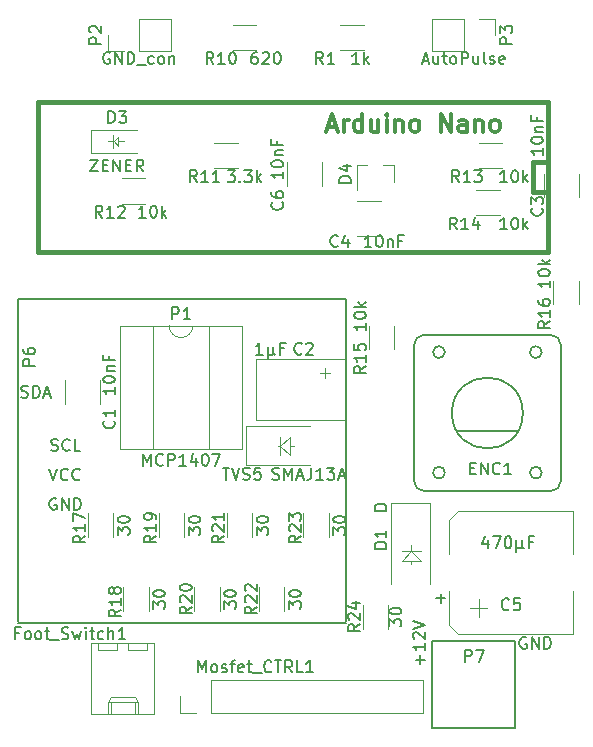
<source format=gbr>
G04 #@! TF.FileFunction,Legend,Top*
%FSLAX46Y46*%
G04 Gerber Fmt 4.6, Leading zero omitted, Abs format (unit mm)*
G04 Created by KiCad (PCBNEW 4.0.4-stable) date 07/11/19 10:43:22*
%MOMM*%
%LPD*%
G01*
G04 APERTURE LIST*
%ADD10C,0.100000*%
%ADD11C,0.200000*%
%ADD12C,0.300000*%
%ADD13C,0.150000*%
%ADD14C,0.381000*%
%ADD15C,0.120000*%
G04 APERTURE END LIST*
D10*
X93200000Y-107500000D02*
X93200000Y-107600000D01*
X93200000Y-106800000D02*
X93000000Y-106800000D01*
X94000000Y-106800000D02*
X94400000Y-106800000D01*
X94000000Y-107600000D02*
X94000000Y-107500000D01*
X93200000Y-106800000D02*
X94000000Y-107600000D01*
X94000000Y-106000000D02*
X94000000Y-107500000D01*
X93200000Y-106800000D02*
X94000000Y-106000000D01*
X93200000Y-106800000D02*
X93200000Y-107500000D01*
X93200000Y-106800000D02*
X93200000Y-106000000D01*
D11*
X105071429Y-125261905D02*
X105071429Y-124500000D01*
X105452381Y-124880952D02*
X104690476Y-124880952D01*
X105452381Y-123500000D02*
X105452381Y-124071429D01*
X105452381Y-123785715D02*
X104452381Y-123785715D01*
X104595238Y-123880953D01*
X104690476Y-123976191D01*
X104738095Y-124071429D01*
X104547619Y-123119048D02*
X104500000Y-123071429D01*
X104452381Y-122976191D01*
X104452381Y-122738095D01*
X104500000Y-122642857D01*
X104547619Y-122595238D01*
X104642857Y-122547619D01*
X104738095Y-122547619D01*
X104880952Y-122595238D01*
X105452381Y-123166667D01*
X105452381Y-122547619D01*
X104452381Y-122261905D02*
X105452381Y-121928572D01*
X104452381Y-121595238D01*
X114038096Y-123000000D02*
X113942858Y-122952381D01*
X113800001Y-122952381D01*
X113657143Y-123000000D01*
X113561905Y-123095238D01*
X113514286Y-123190476D01*
X113466667Y-123380952D01*
X113466667Y-123523810D01*
X113514286Y-123714286D01*
X113561905Y-123809524D01*
X113657143Y-123904762D01*
X113800001Y-123952381D01*
X113895239Y-123952381D01*
X114038096Y-123904762D01*
X114085715Y-123857143D01*
X114085715Y-123523810D01*
X113895239Y-123523810D01*
X114514286Y-123952381D02*
X114514286Y-122952381D01*
X115085715Y-123952381D01*
X115085715Y-122952381D01*
X115561905Y-123952381D02*
X115561905Y-122952381D01*
X115800000Y-122952381D01*
X115942858Y-123000000D01*
X116038096Y-123095238D01*
X116085715Y-123190476D01*
X116133334Y-123380952D01*
X116133334Y-123523810D01*
X116085715Y-123714286D01*
X116038096Y-123809524D01*
X115942858Y-123904762D01*
X115800000Y-123952381D01*
X115561905Y-123952381D01*
D10*
X104300000Y-116500000D02*
X104300000Y-116800000D01*
X104300000Y-115700000D02*
X104300000Y-115200000D01*
X103500000Y-115700000D02*
X105100000Y-115700000D01*
X104300000Y-115700000D02*
X103500000Y-115700000D01*
X104300000Y-115700000D02*
X103500000Y-116500000D01*
X105100000Y-116500000D02*
X104300000Y-115700000D01*
X105000000Y-116500000D02*
X105100000Y-116500000D01*
X103500000Y-116500000D02*
X105000000Y-116500000D01*
X109250000Y-120500000D02*
X110750000Y-120500000D01*
X110000000Y-121250000D02*
X110000000Y-119750000D01*
X79050000Y-81000000D02*
X79050000Y-80450000D01*
X79050000Y-81000000D02*
X79050000Y-81550000D01*
X79050000Y-81000000D02*
X78650000Y-81000000D01*
X79500000Y-81400000D02*
X79500000Y-81000000D01*
X79100000Y-81000000D02*
X79500000Y-81400000D01*
X79500000Y-80600000D02*
X79100000Y-81000000D01*
X79500000Y-81000000D02*
X79500000Y-80600000D01*
X80000000Y-81000000D02*
X79500000Y-81000000D01*
X96600000Y-100600000D02*
X97400000Y-100600000D01*
X97000000Y-100200000D02*
X97000000Y-101000000D01*
D12*
X97214285Y-79750000D02*
X97928571Y-79750000D01*
X97071428Y-80178571D02*
X97571428Y-78678571D01*
X98071428Y-80178571D01*
X98571428Y-80178571D02*
X98571428Y-79178571D01*
X98571428Y-79464286D02*
X98642856Y-79321429D01*
X98714285Y-79250000D01*
X98857142Y-79178571D01*
X98999999Y-79178571D01*
X100142856Y-80178571D02*
X100142856Y-78678571D01*
X100142856Y-80107143D02*
X99999999Y-80178571D01*
X99714285Y-80178571D01*
X99571427Y-80107143D01*
X99499999Y-80035714D01*
X99428570Y-79892857D01*
X99428570Y-79464286D01*
X99499999Y-79321429D01*
X99571427Y-79250000D01*
X99714285Y-79178571D01*
X99999999Y-79178571D01*
X100142856Y-79250000D01*
X101499999Y-79178571D02*
X101499999Y-80178571D01*
X100857142Y-79178571D02*
X100857142Y-79964286D01*
X100928570Y-80107143D01*
X101071428Y-80178571D01*
X101285713Y-80178571D01*
X101428570Y-80107143D01*
X101499999Y-80035714D01*
X102214285Y-80178571D02*
X102214285Y-79178571D01*
X102214285Y-78678571D02*
X102142856Y-78750000D01*
X102214285Y-78821429D01*
X102285713Y-78750000D01*
X102214285Y-78678571D01*
X102214285Y-78821429D01*
X102928571Y-79178571D02*
X102928571Y-80178571D01*
X102928571Y-79321429D02*
X102999999Y-79250000D01*
X103142857Y-79178571D01*
X103357142Y-79178571D01*
X103499999Y-79250000D01*
X103571428Y-79392857D01*
X103571428Y-80178571D01*
X104500000Y-80178571D02*
X104357142Y-80107143D01*
X104285714Y-80035714D01*
X104214285Y-79892857D01*
X104214285Y-79464286D01*
X104285714Y-79321429D01*
X104357142Y-79250000D01*
X104500000Y-79178571D01*
X104714285Y-79178571D01*
X104857142Y-79250000D01*
X104928571Y-79321429D01*
X105000000Y-79464286D01*
X105000000Y-79892857D01*
X104928571Y-80035714D01*
X104857142Y-80107143D01*
X104714285Y-80178571D01*
X104500000Y-80178571D01*
X106785714Y-80178571D02*
X106785714Y-78678571D01*
X107642857Y-80178571D01*
X107642857Y-78678571D01*
X109000000Y-80178571D02*
X109000000Y-79392857D01*
X108928571Y-79250000D01*
X108785714Y-79178571D01*
X108500000Y-79178571D01*
X108357143Y-79250000D01*
X109000000Y-80107143D02*
X108857143Y-80178571D01*
X108500000Y-80178571D01*
X108357143Y-80107143D01*
X108285714Y-79964286D01*
X108285714Y-79821429D01*
X108357143Y-79678571D01*
X108500000Y-79607143D01*
X108857143Y-79607143D01*
X109000000Y-79535714D01*
X109714286Y-79178571D02*
X109714286Y-80178571D01*
X109714286Y-79321429D02*
X109785714Y-79250000D01*
X109928572Y-79178571D01*
X110142857Y-79178571D01*
X110285714Y-79250000D01*
X110357143Y-79392857D01*
X110357143Y-80178571D01*
X111285715Y-80178571D02*
X111142857Y-80107143D01*
X111071429Y-80035714D01*
X111000000Y-79892857D01*
X111000000Y-79464286D01*
X111071429Y-79321429D01*
X111142857Y-79250000D01*
X111285715Y-79178571D01*
X111500000Y-79178571D01*
X111642857Y-79250000D01*
X111714286Y-79321429D01*
X111785715Y-79464286D01*
X111785715Y-79892857D01*
X111714286Y-80035714D01*
X111642857Y-80107143D01*
X111500000Y-80178571D01*
X111285715Y-80178571D01*
D13*
X71000000Y-94350000D02*
X98800000Y-94350000D01*
X98800000Y-121650000D02*
X98800000Y-94350000D01*
X71000000Y-121750000D02*
X98800000Y-121750000D01*
X71000000Y-121650000D02*
X71000000Y-94350000D01*
D14*
X115860000Y-90350000D02*
X72680000Y-90350000D01*
X72680000Y-90350000D02*
X72680000Y-77650000D01*
X72680000Y-77650000D02*
X115860000Y-77650000D01*
X115860000Y-77650000D02*
X115860000Y-90350000D01*
X115860000Y-82730000D02*
X114590000Y-82730000D01*
X114590000Y-82730000D02*
X114590000Y-85270000D01*
X114590000Y-85270000D02*
X115860000Y-85270000D01*
D15*
X91140000Y-99440000D02*
X98760000Y-99440000D01*
X91140000Y-104560000D02*
X98760000Y-104560000D01*
X91140000Y-99440000D02*
X91140000Y-104560000D01*
X98760000Y-99440000D02*
X98760000Y-104560000D01*
X85810000Y-96610000D02*
G75*
G02X83810000Y-96610000I-1000000J0D01*
G01*
X83810000Y-96610000D02*
X82440000Y-96610000D01*
X82440000Y-96610000D02*
X82440000Y-107010000D01*
X82440000Y-107010000D02*
X87180000Y-107010000D01*
X87180000Y-107010000D02*
X87180000Y-96610000D01*
X87180000Y-96610000D02*
X85810000Y-96610000D01*
X79610000Y-96610000D02*
X79610000Y-107010000D01*
X79610000Y-107010000D02*
X90010000Y-107010000D01*
X90010000Y-107010000D02*
X90010000Y-96610000D01*
X90010000Y-96610000D02*
X79610000Y-96610000D01*
X81270000Y-73390000D02*
X83930000Y-73390000D01*
X83930000Y-73390000D02*
X83930000Y-70610000D01*
X83930000Y-70610000D02*
X81270000Y-70610000D01*
X81270000Y-70610000D02*
X81270000Y-73390000D01*
X80000000Y-73390000D02*
X78610000Y-73390000D01*
X78610000Y-73390000D02*
X78610000Y-72000000D01*
X108730000Y-70610000D02*
X106070000Y-70610000D01*
X106070000Y-70610000D02*
X106070000Y-73390000D01*
X106070000Y-73390000D02*
X108730000Y-73390000D01*
X108730000Y-73390000D02*
X108730000Y-70610000D01*
X110000000Y-70610000D02*
X111390000Y-70610000D01*
X111390000Y-70610000D02*
X111390000Y-72000000D01*
X87370000Y-129390000D02*
X105270000Y-129390000D01*
X105270000Y-129390000D02*
X105270000Y-126610000D01*
X105270000Y-126610000D02*
X87370000Y-126610000D01*
X87370000Y-126610000D02*
X87370000Y-129390000D01*
X86100000Y-129390000D02*
X84710000Y-129390000D01*
X84710000Y-129390000D02*
X84710000Y-128000000D01*
X77980000Y-103250000D02*
X77980000Y-101250000D01*
X75020000Y-101250000D02*
X75020000Y-103250000D01*
X105900000Y-111600000D02*
X102600000Y-111600000D01*
X102600000Y-111600000D02*
X102600000Y-118500000D01*
X105900000Y-111600000D02*
X105900000Y-118500000D01*
X115520000Y-83750000D02*
X115520000Y-85750000D01*
X118480000Y-85750000D02*
X118480000Y-83750000D01*
X99750000Y-88980000D02*
X101750000Y-88980000D01*
X101750000Y-86020000D02*
X99750000Y-86020000D01*
X107540000Y-113050000D02*
X107540000Y-115940000D01*
X107540000Y-121950000D02*
X107540000Y-119060000D01*
X117960000Y-122710000D02*
X117960000Y-119060000D01*
X117960000Y-112290000D02*
X117960000Y-115940000D01*
X117960000Y-122710000D02*
X108300000Y-122710000D01*
X108300000Y-122710000D02*
X107540000Y-121950000D01*
X107540000Y-113050000D02*
X108300000Y-112290000D01*
X108300000Y-112290000D02*
X117960000Y-112290000D01*
X93770000Y-82750000D02*
X93770000Y-84750000D01*
X96730000Y-84750000D02*
X96730000Y-82750000D01*
X102830000Y-82990000D02*
X101900000Y-82990000D01*
X99670000Y-82990000D02*
X100600000Y-82990000D01*
X99670000Y-82990000D02*
X99670000Y-85150000D01*
X102830000Y-82990000D02*
X102830000Y-84450000D01*
X77230000Y-123480000D02*
X77230000Y-129480000D01*
X77230000Y-129480000D02*
X82510000Y-129480000D01*
X82510000Y-129480000D02*
X82510000Y-123480000D01*
X82510000Y-123480000D02*
X77230000Y-123480000D01*
X78600000Y-129480000D02*
X78600000Y-128480000D01*
X78600000Y-128480000D02*
X81140000Y-128480000D01*
X81140000Y-128480000D02*
X81140000Y-129480000D01*
X78600000Y-128480000D02*
X78850000Y-128050000D01*
X78850000Y-128050000D02*
X80890000Y-128050000D01*
X80890000Y-128050000D02*
X81140000Y-128480000D01*
X78850000Y-129480000D02*
X78850000Y-128480000D01*
X80890000Y-129480000D02*
X80890000Y-128480000D01*
X77800000Y-123480000D02*
X77800000Y-124100000D01*
X77800000Y-124100000D02*
X79400000Y-124100000D01*
X79400000Y-124100000D02*
X79400000Y-123480000D01*
X80340000Y-123480000D02*
X80340000Y-124100000D01*
X80340000Y-124100000D02*
X81940000Y-124100000D01*
X81940000Y-124100000D02*
X81940000Y-123480000D01*
X89200000Y-71130000D02*
X91200000Y-71130000D01*
X91200000Y-73270000D02*
X89200000Y-73270000D01*
X89600000Y-83270000D02*
X87600000Y-83270000D01*
X87600000Y-81130000D02*
X89600000Y-81130000D01*
X79800000Y-84130000D02*
X81800000Y-84130000D01*
X81800000Y-86270000D02*
X79800000Y-86270000D01*
X112000000Y-83270000D02*
X110000000Y-83270000D01*
X110000000Y-81130000D02*
X112000000Y-81130000D01*
X111800000Y-87270000D02*
X109800000Y-87270000D01*
X109800000Y-85130000D02*
X111800000Y-85130000D01*
X100730000Y-98600000D02*
X100730000Y-96600000D01*
X102870000Y-96600000D02*
X102870000Y-98600000D01*
X118470000Y-92800000D02*
X118470000Y-94800000D01*
X116330000Y-94800000D02*
X116330000Y-92800000D01*
D11*
X115350000Y-98850000D02*
G75*
G03X115350000Y-98850000I-500000J0D01*
G01*
X107150000Y-98850000D02*
G75*
G03X107150000Y-98850000I-500000J0D01*
G01*
X107150000Y-109050000D02*
G75*
G03X107150000Y-109050000I-500000J0D01*
G01*
X115350000Y-109050000D02*
G75*
G03X115350000Y-109050000I-500000J0D01*
G01*
X116950000Y-98200000D02*
X116950000Y-109800000D01*
X104550000Y-109800000D02*
X104550000Y-98200000D01*
X116150000Y-110600000D02*
X105350000Y-110600000D01*
X116150000Y-97400000D02*
X105350000Y-97400000D01*
X116150000Y-110600000D02*
G75*
G03X116950000Y-109800000I0J800000D01*
G01*
X116950000Y-98200000D02*
G75*
G03X116150000Y-97400000I-800000J0D01*
G01*
X105350000Y-97400000D02*
G75*
G03X104550000Y-98200000I0J-800000D01*
G01*
X104550000Y-109800000D02*
G75*
G03X105350000Y-110600000I800000J0D01*
G01*
X113350000Y-105500000D02*
X108150000Y-105500000D01*
X113750000Y-104000000D02*
G75*
G03X113750000Y-104000000I-3000000J0D01*
G01*
D15*
X77150000Y-80000000D02*
X77150000Y-82000000D01*
X77150000Y-82000000D02*
X81050000Y-82000000D01*
X77150000Y-80000000D02*
X81050000Y-80000000D01*
D13*
X106100000Y-130700000D02*
X113100000Y-130700000D01*
X113100000Y-123300000D02*
X106100000Y-123300000D01*
X113100000Y-123300000D02*
X113100000Y-130700000D01*
X106100000Y-130700000D02*
X106100000Y-123300000D01*
D15*
X90300000Y-105100000D02*
X90300000Y-108400000D01*
X90300000Y-108400000D02*
X95700000Y-108400000D01*
X90300000Y-105100000D02*
X95700000Y-105100000D01*
X98300000Y-71130000D02*
X100300000Y-71130000D01*
X100300000Y-73270000D02*
X98300000Y-73270000D01*
X76930000Y-114500000D02*
X76930000Y-112500000D01*
X79070000Y-112500000D02*
X79070000Y-114500000D01*
X79930000Y-120750000D02*
X79930000Y-118750000D01*
X82070000Y-118750000D02*
X82070000Y-120750000D01*
X82930000Y-114500000D02*
X82930000Y-112500000D01*
X85070000Y-112500000D02*
X85070000Y-114500000D01*
X85930000Y-120750000D02*
X85930000Y-118750000D01*
X88070000Y-118750000D02*
X88070000Y-120750000D01*
X88680000Y-114500000D02*
X88680000Y-112500000D01*
X90820000Y-112500000D02*
X90820000Y-114500000D01*
X91430000Y-120750000D02*
X91430000Y-118750000D01*
X93570000Y-118750000D02*
X93570000Y-120750000D01*
X95180000Y-114500000D02*
X95180000Y-112500000D01*
X97320000Y-112500000D02*
X97320000Y-114500000D01*
X100180000Y-122250000D02*
X100180000Y-120250000D01*
X102320000Y-120250000D02*
X102320000Y-122250000D01*
D13*
X72452381Y-99988095D02*
X71452381Y-99988095D01*
X71452381Y-99607142D01*
X71500000Y-99511904D01*
X71547619Y-99464285D01*
X71642857Y-99416666D01*
X71785714Y-99416666D01*
X71880952Y-99464285D01*
X71928571Y-99511904D01*
X71976190Y-99607142D01*
X71976190Y-99988095D01*
X71452381Y-98559523D02*
X71452381Y-98750000D01*
X71500000Y-98845238D01*
X71547619Y-98892857D01*
X71690476Y-98988095D01*
X71880952Y-99035714D01*
X72261905Y-99035714D01*
X72357143Y-98988095D01*
X72404762Y-98940476D01*
X72452381Y-98845238D01*
X72452381Y-98654761D01*
X72404762Y-98559523D01*
X72357143Y-98511904D01*
X72261905Y-98464285D01*
X72023810Y-98464285D01*
X71928571Y-98511904D01*
X71880952Y-98559523D01*
X71833333Y-98654761D01*
X71833333Y-98845238D01*
X71880952Y-98940476D01*
X71928571Y-98988095D01*
X72023810Y-99035714D01*
X71285714Y-102654762D02*
X71428571Y-102702381D01*
X71666667Y-102702381D01*
X71761905Y-102654762D01*
X71809524Y-102607143D01*
X71857143Y-102511905D01*
X71857143Y-102416667D01*
X71809524Y-102321429D01*
X71761905Y-102273810D01*
X71666667Y-102226190D01*
X71476190Y-102178571D01*
X71380952Y-102130952D01*
X71333333Y-102083333D01*
X71285714Y-101988095D01*
X71285714Y-101892857D01*
X71333333Y-101797619D01*
X71380952Y-101750000D01*
X71476190Y-101702381D01*
X71714286Y-101702381D01*
X71857143Y-101750000D01*
X72285714Y-102702381D02*
X72285714Y-101702381D01*
X72523809Y-101702381D01*
X72666667Y-101750000D01*
X72761905Y-101845238D01*
X72809524Y-101940476D01*
X72857143Y-102130952D01*
X72857143Y-102273810D01*
X72809524Y-102464286D01*
X72761905Y-102559524D01*
X72666667Y-102654762D01*
X72523809Y-102702381D01*
X72285714Y-102702381D01*
X73238095Y-102416667D02*
X73714286Y-102416667D01*
X73142857Y-102702381D02*
X73476190Y-101702381D01*
X73809524Y-102702381D01*
X73809524Y-107154762D02*
X73952381Y-107202381D01*
X74190477Y-107202381D01*
X74285715Y-107154762D01*
X74333334Y-107107143D01*
X74380953Y-107011905D01*
X74380953Y-106916667D01*
X74333334Y-106821429D01*
X74285715Y-106773810D01*
X74190477Y-106726190D01*
X74000000Y-106678571D01*
X73904762Y-106630952D01*
X73857143Y-106583333D01*
X73809524Y-106488095D01*
X73809524Y-106392857D01*
X73857143Y-106297619D01*
X73904762Y-106250000D01*
X74000000Y-106202381D01*
X74238096Y-106202381D01*
X74380953Y-106250000D01*
X75380953Y-107107143D02*
X75333334Y-107154762D01*
X75190477Y-107202381D01*
X75095239Y-107202381D01*
X74952381Y-107154762D01*
X74857143Y-107059524D01*
X74809524Y-106964286D01*
X74761905Y-106773810D01*
X74761905Y-106630952D01*
X74809524Y-106440476D01*
X74857143Y-106345238D01*
X74952381Y-106250000D01*
X75095239Y-106202381D01*
X75190477Y-106202381D01*
X75333334Y-106250000D01*
X75380953Y-106297619D01*
X76285715Y-107202381D02*
X75809524Y-107202381D01*
X75809524Y-106202381D01*
X74238096Y-111250000D02*
X74142858Y-111202381D01*
X74000001Y-111202381D01*
X73857143Y-111250000D01*
X73761905Y-111345238D01*
X73714286Y-111440476D01*
X73666667Y-111630952D01*
X73666667Y-111773810D01*
X73714286Y-111964286D01*
X73761905Y-112059524D01*
X73857143Y-112154762D01*
X74000001Y-112202381D01*
X74095239Y-112202381D01*
X74238096Y-112154762D01*
X74285715Y-112107143D01*
X74285715Y-111773810D01*
X74095239Y-111773810D01*
X74714286Y-112202381D02*
X74714286Y-111202381D01*
X75285715Y-112202381D01*
X75285715Y-111202381D01*
X75761905Y-112202381D02*
X75761905Y-111202381D01*
X76000000Y-111202381D01*
X76142858Y-111250000D01*
X76238096Y-111345238D01*
X76285715Y-111440476D01*
X76333334Y-111630952D01*
X76333334Y-111773810D01*
X76285715Y-111964286D01*
X76238096Y-112059524D01*
X76142858Y-112154762D01*
X76000000Y-112202381D01*
X75761905Y-112202381D01*
X73666667Y-108702381D02*
X74000000Y-109702381D01*
X74333334Y-108702381D01*
X75238096Y-109607143D02*
X75190477Y-109654762D01*
X75047620Y-109702381D01*
X74952382Y-109702381D01*
X74809524Y-109654762D01*
X74714286Y-109559524D01*
X74666667Y-109464286D01*
X74619048Y-109273810D01*
X74619048Y-109130952D01*
X74666667Y-108940476D01*
X74714286Y-108845238D01*
X74809524Y-108750000D01*
X74952382Y-108702381D01*
X75047620Y-108702381D01*
X75190477Y-108750000D01*
X75238096Y-108797619D01*
X76238096Y-109607143D02*
X76190477Y-109654762D01*
X76047620Y-109702381D01*
X75952382Y-109702381D01*
X75809524Y-109654762D01*
X75714286Y-109559524D01*
X75666667Y-109464286D01*
X75619048Y-109273810D01*
X75619048Y-109130952D01*
X75666667Y-108940476D01*
X75714286Y-108845238D01*
X75809524Y-108750000D01*
X75952382Y-108702381D01*
X76047620Y-108702381D01*
X76190477Y-108750000D01*
X76238096Y-108797619D01*
X95033334Y-98957143D02*
X94985715Y-99004762D01*
X94842858Y-99052381D01*
X94747620Y-99052381D01*
X94604762Y-99004762D01*
X94509524Y-98909524D01*
X94461905Y-98814286D01*
X94414286Y-98623810D01*
X94414286Y-98480952D01*
X94461905Y-98290476D01*
X94509524Y-98195238D01*
X94604762Y-98100000D01*
X94747620Y-98052381D01*
X94842858Y-98052381D01*
X94985715Y-98100000D01*
X95033334Y-98147619D01*
X95414286Y-98147619D02*
X95461905Y-98100000D01*
X95557143Y-98052381D01*
X95795239Y-98052381D01*
X95890477Y-98100000D01*
X95938096Y-98147619D01*
X95985715Y-98242857D01*
X95985715Y-98338095D01*
X95938096Y-98480952D01*
X95366667Y-99052381D01*
X95985715Y-99052381D01*
X91733334Y-99052381D02*
X91161905Y-99052381D01*
X91447619Y-99052381D02*
X91447619Y-98052381D01*
X91352381Y-98195238D01*
X91257143Y-98290476D01*
X91161905Y-98338095D01*
X92161905Y-98385714D02*
X92161905Y-99385714D01*
X92638096Y-98909524D02*
X92685715Y-99004762D01*
X92780953Y-99052381D01*
X92161905Y-98909524D02*
X92209524Y-99004762D01*
X92304762Y-99052381D01*
X92495239Y-99052381D01*
X92590477Y-99004762D01*
X92638096Y-98909524D01*
X92638096Y-98385714D01*
X93542858Y-98528571D02*
X93209524Y-98528571D01*
X93209524Y-99052381D02*
X93209524Y-98052381D01*
X93685715Y-98052381D01*
X84071905Y-96062381D02*
X84071905Y-95062381D01*
X84452858Y-95062381D01*
X84548096Y-95110000D01*
X84595715Y-95157619D01*
X84643334Y-95252857D01*
X84643334Y-95395714D01*
X84595715Y-95490952D01*
X84548096Y-95538571D01*
X84452858Y-95586190D01*
X84071905Y-95586190D01*
X85595715Y-96062381D02*
X85024286Y-96062381D01*
X85310000Y-96062381D02*
X85310000Y-95062381D01*
X85214762Y-95205238D01*
X85119524Y-95300476D01*
X85024286Y-95348095D01*
X81571905Y-108462381D02*
X81571905Y-107462381D01*
X81905239Y-108176667D01*
X82238572Y-107462381D01*
X82238572Y-108462381D01*
X83286191Y-108367143D02*
X83238572Y-108414762D01*
X83095715Y-108462381D01*
X83000477Y-108462381D01*
X82857619Y-108414762D01*
X82762381Y-108319524D01*
X82714762Y-108224286D01*
X82667143Y-108033810D01*
X82667143Y-107890952D01*
X82714762Y-107700476D01*
X82762381Y-107605238D01*
X82857619Y-107510000D01*
X83000477Y-107462381D01*
X83095715Y-107462381D01*
X83238572Y-107510000D01*
X83286191Y-107557619D01*
X83714762Y-108462381D02*
X83714762Y-107462381D01*
X84095715Y-107462381D01*
X84190953Y-107510000D01*
X84238572Y-107557619D01*
X84286191Y-107652857D01*
X84286191Y-107795714D01*
X84238572Y-107890952D01*
X84190953Y-107938571D01*
X84095715Y-107986190D01*
X83714762Y-107986190D01*
X85238572Y-108462381D02*
X84667143Y-108462381D01*
X84952857Y-108462381D02*
X84952857Y-107462381D01*
X84857619Y-107605238D01*
X84762381Y-107700476D01*
X84667143Y-107748095D01*
X86095715Y-107795714D02*
X86095715Y-108462381D01*
X85857619Y-107414762D02*
X85619524Y-108129048D01*
X86238572Y-108129048D01*
X86810000Y-107462381D02*
X86905239Y-107462381D01*
X87000477Y-107510000D01*
X87048096Y-107557619D01*
X87095715Y-107652857D01*
X87143334Y-107843333D01*
X87143334Y-108081429D01*
X87095715Y-108271905D01*
X87048096Y-108367143D01*
X87000477Y-108414762D01*
X86905239Y-108462381D01*
X86810000Y-108462381D01*
X86714762Y-108414762D01*
X86667143Y-108367143D01*
X86619524Y-108271905D01*
X86571905Y-108081429D01*
X86571905Y-107843333D01*
X86619524Y-107652857D01*
X86667143Y-107557619D01*
X86714762Y-107510000D01*
X86810000Y-107462381D01*
X87476667Y-107462381D02*
X88143334Y-107462381D01*
X87714762Y-108462381D01*
X78062381Y-72738095D02*
X77062381Y-72738095D01*
X77062381Y-72357142D01*
X77110000Y-72261904D01*
X77157619Y-72214285D01*
X77252857Y-72166666D01*
X77395714Y-72166666D01*
X77490952Y-72214285D01*
X77538571Y-72261904D01*
X77586190Y-72357142D01*
X77586190Y-72738095D01*
X77157619Y-71785714D02*
X77110000Y-71738095D01*
X77062381Y-71642857D01*
X77062381Y-71404761D01*
X77110000Y-71309523D01*
X77157619Y-71261904D01*
X77252857Y-71214285D01*
X77348095Y-71214285D01*
X77490952Y-71261904D01*
X78062381Y-71833333D01*
X78062381Y-71214285D01*
X78773810Y-73500000D02*
X78678572Y-73452381D01*
X78535715Y-73452381D01*
X78392857Y-73500000D01*
X78297619Y-73595238D01*
X78250000Y-73690476D01*
X78202381Y-73880952D01*
X78202381Y-74023810D01*
X78250000Y-74214286D01*
X78297619Y-74309524D01*
X78392857Y-74404762D01*
X78535715Y-74452381D01*
X78630953Y-74452381D01*
X78773810Y-74404762D01*
X78821429Y-74357143D01*
X78821429Y-74023810D01*
X78630953Y-74023810D01*
X79250000Y-74452381D02*
X79250000Y-73452381D01*
X79821429Y-74452381D01*
X79821429Y-73452381D01*
X80297619Y-74452381D02*
X80297619Y-73452381D01*
X80535714Y-73452381D01*
X80678572Y-73500000D01*
X80773810Y-73595238D01*
X80821429Y-73690476D01*
X80869048Y-73880952D01*
X80869048Y-74023810D01*
X80821429Y-74214286D01*
X80773810Y-74309524D01*
X80678572Y-74404762D01*
X80535714Y-74452381D01*
X80297619Y-74452381D01*
X81059524Y-74547619D02*
X81821429Y-74547619D01*
X82488096Y-74404762D02*
X82392858Y-74452381D01*
X82202381Y-74452381D01*
X82107143Y-74404762D01*
X82059524Y-74357143D01*
X82011905Y-74261905D01*
X82011905Y-73976190D01*
X82059524Y-73880952D01*
X82107143Y-73833333D01*
X82202381Y-73785714D01*
X82392858Y-73785714D01*
X82488096Y-73833333D01*
X83059524Y-74452381D02*
X82964286Y-74404762D01*
X82916667Y-74357143D01*
X82869048Y-74261905D01*
X82869048Y-73976190D01*
X82916667Y-73880952D01*
X82964286Y-73833333D01*
X83059524Y-73785714D01*
X83202382Y-73785714D01*
X83297620Y-73833333D01*
X83345239Y-73880952D01*
X83392858Y-73976190D01*
X83392858Y-74261905D01*
X83345239Y-74357143D01*
X83297620Y-74404762D01*
X83202382Y-74452381D01*
X83059524Y-74452381D01*
X83821429Y-73785714D02*
X83821429Y-74452381D01*
X83821429Y-73880952D02*
X83869048Y-73833333D01*
X83964286Y-73785714D01*
X84107144Y-73785714D01*
X84202382Y-73833333D01*
X84250001Y-73928571D01*
X84250001Y-74452381D01*
X112842381Y-72738095D02*
X111842381Y-72738095D01*
X111842381Y-72357142D01*
X111890000Y-72261904D01*
X111937619Y-72214285D01*
X112032857Y-72166666D01*
X112175714Y-72166666D01*
X112270952Y-72214285D01*
X112318571Y-72261904D01*
X112366190Y-72357142D01*
X112366190Y-72738095D01*
X111842381Y-71833333D02*
X111842381Y-71214285D01*
X112223333Y-71547619D01*
X112223333Y-71404761D01*
X112270952Y-71309523D01*
X112318571Y-71261904D01*
X112413810Y-71214285D01*
X112651905Y-71214285D01*
X112747143Y-71261904D01*
X112794762Y-71309523D01*
X112842381Y-71404761D01*
X112842381Y-71690476D01*
X112794762Y-71785714D01*
X112747143Y-71833333D01*
X105273809Y-74166667D02*
X105750000Y-74166667D01*
X105178571Y-74452381D02*
X105511904Y-73452381D01*
X105845238Y-74452381D01*
X106607143Y-73785714D02*
X106607143Y-74452381D01*
X106178571Y-73785714D02*
X106178571Y-74309524D01*
X106226190Y-74404762D01*
X106321428Y-74452381D01*
X106464286Y-74452381D01*
X106559524Y-74404762D01*
X106607143Y-74357143D01*
X106940476Y-73785714D02*
X107321428Y-73785714D01*
X107083333Y-73452381D02*
X107083333Y-74309524D01*
X107130952Y-74404762D01*
X107226190Y-74452381D01*
X107321428Y-74452381D01*
X107797619Y-74452381D02*
X107702381Y-74404762D01*
X107654762Y-74357143D01*
X107607143Y-74261905D01*
X107607143Y-73976190D01*
X107654762Y-73880952D01*
X107702381Y-73833333D01*
X107797619Y-73785714D01*
X107940477Y-73785714D01*
X108035715Y-73833333D01*
X108083334Y-73880952D01*
X108130953Y-73976190D01*
X108130953Y-74261905D01*
X108083334Y-74357143D01*
X108035715Y-74404762D01*
X107940477Y-74452381D01*
X107797619Y-74452381D01*
X108559524Y-74452381D02*
X108559524Y-73452381D01*
X108940477Y-73452381D01*
X109035715Y-73500000D01*
X109083334Y-73547619D01*
X109130953Y-73642857D01*
X109130953Y-73785714D01*
X109083334Y-73880952D01*
X109035715Y-73928571D01*
X108940477Y-73976190D01*
X108559524Y-73976190D01*
X109988096Y-73785714D02*
X109988096Y-74452381D01*
X109559524Y-73785714D02*
X109559524Y-74309524D01*
X109607143Y-74404762D01*
X109702381Y-74452381D01*
X109845239Y-74452381D01*
X109940477Y-74404762D01*
X109988096Y-74357143D01*
X110607143Y-74452381D02*
X110511905Y-74404762D01*
X110464286Y-74309524D01*
X110464286Y-73452381D01*
X110940477Y-74404762D02*
X111035715Y-74452381D01*
X111226191Y-74452381D01*
X111321430Y-74404762D01*
X111369049Y-74309524D01*
X111369049Y-74261905D01*
X111321430Y-74166667D01*
X111226191Y-74119048D01*
X111083334Y-74119048D01*
X110988096Y-74071429D01*
X110940477Y-73976190D01*
X110940477Y-73928571D01*
X110988096Y-73833333D01*
X111083334Y-73785714D01*
X111226191Y-73785714D01*
X111321430Y-73833333D01*
X112178573Y-74404762D02*
X112083335Y-74452381D01*
X111892858Y-74452381D01*
X111797620Y-74404762D01*
X111750001Y-74309524D01*
X111750001Y-73928571D01*
X111797620Y-73833333D01*
X111892858Y-73785714D01*
X112083335Y-73785714D01*
X112178573Y-73833333D01*
X112226192Y-73928571D01*
X112226192Y-74023810D01*
X111750001Y-74119048D01*
X86266666Y-125952381D02*
X86266666Y-124952381D01*
X86600000Y-125666667D01*
X86933333Y-124952381D01*
X86933333Y-125952381D01*
X87552380Y-125952381D02*
X87457142Y-125904762D01*
X87409523Y-125857143D01*
X87361904Y-125761905D01*
X87361904Y-125476190D01*
X87409523Y-125380952D01*
X87457142Y-125333333D01*
X87552380Y-125285714D01*
X87695238Y-125285714D01*
X87790476Y-125333333D01*
X87838095Y-125380952D01*
X87885714Y-125476190D01*
X87885714Y-125761905D01*
X87838095Y-125857143D01*
X87790476Y-125904762D01*
X87695238Y-125952381D01*
X87552380Y-125952381D01*
X88266666Y-125904762D02*
X88361904Y-125952381D01*
X88552380Y-125952381D01*
X88647619Y-125904762D01*
X88695238Y-125809524D01*
X88695238Y-125761905D01*
X88647619Y-125666667D01*
X88552380Y-125619048D01*
X88409523Y-125619048D01*
X88314285Y-125571429D01*
X88266666Y-125476190D01*
X88266666Y-125428571D01*
X88314285Y-125333333D01*
X88409523Y-125285714D01*
X88552380Y-125285714D01*
X88647619Y-125333333D01*
X88980952Y-125285714D02*
X89361904Y-125285714D01*
X89123809Y-125952381D02*
X89123809Y-125095238D01*
X89171428Y-125000000D01*
X89266666Y-124952381D01*
X89361904Y-124952381D01*
X90076191Y-125904762D02*
X89980953Y-125952381D01*
X89790476Y-125952381D01*
X89695238Y-125904762D01*
X89647619Y-125809524D01*
X89647619Y-125428571D01*
X89695238Y-125333333D01*
X89790476Y-125285714D01*
X89980953Y-125285714D01*
X90076191Y-125333333D01*
X90123810Y-125428571D01*
X90123810Y-125523810D01*
X89647619Y-125619048D01*
X90409524Y-125285714D02*
X90790476Y-125285714D01*
X90552381Y-124952381D02*
X90552381Y-125809524D01*
X90600000Y-125904762D01*
X90695238Y-125952381D01*
X90790476Y-125952381D01*
X90885715Y-126047619D02*
X91647620Y-126047619D01*
X92457144Y-125857143D02*
X92409525Y-125904762D01*
X92266668Y-125952381D01*
X92171430Y-125952381D01*
X92028572Y-125904762D01*
X91933334Y-125809524D01*
X91885715Y-125714286D01*
X91838096Y-125523810D01*
X91838096Y-125380952D01*
X91885715Y-125190476D01*
X91933334Y-125095238D01*
X92028572Y-125000000D01*
X92171430Y-124952381D01*
X92266668Y-124952381D01*
X92409525Y-125000000D01*
X92457144Y-125047619D01*
X92742858Y-124952381D02*
X93314287Y-124952381D01*
X93028572Y-125952381D02*
X93028572Y-124952381D01*
X94219049Y-125952381D02*
X93885715Y-125476190D01*
X93647620Y-125952381D02*
X93647620Y-124952381D01*
X94028573Y-124952381D01*
X94123811Y-125000000D01*
X94171430Y-125047619D01*
X94219049Y-125142857D01*
X94219049Y-125285714D01*
X94171430Y-125380952D01*
X94123811Y-125428571D01*
X94028573Y-125476190D01*
X93647620Y-125476190D01*
X95123811Y-125952381D02*
X94647620Y-125952381D01*
X94647620Y-124952381D01*
X95980954Y-125952381D02*
X95409525Y-125952381D01*
X95695239Y-125952381D02*
X95695239Y-124952381D01*
X95600001Y-125095238D01*
X95504763Y-125190476D01*
X95409525Y-125238095D01*
X79107143Y-104666666D02*
X79154762Y-104714285D01*
X79202381Y-104857142D01*
X79202381Y-104952380D01*
X79154762Y-105095238D01*
X79059524Y-105190476D01*
X78964286Y-105238095D01*
X78773810Y-105285714D01*
X78630952Y-105285714D01*
X78440476Y-105238095D01*
X78345238Y-105190476D01*
X78250000Y-105095238D01*
X78202381Y-104952380D01*
X78202381Y-104857142D01*
X78250000Y-104714285D01*
X78297619Y-104666666D01*
X79202381Y-103714285D02*
X79202381Y-104285714D01*
X79202381Y-104000000D02*
X78202381Y-104000000D01*
X78345238Y-104095238D01*
X78440476Y-104190476D01*
X78488095Y-104285714D01*
X79202381Y-101821428D02*
X79202381Y-102392857D01*
X79202381Y-102107143D02*
X78202381Y-102107143D01*
X78345238Y-102202381D01*
X78440476Y-102297619D01*
X78488095Y-102392857D01*
X78202381Y-101202381D02*
X78202381Y-101107142D01*
X78250000Y-101011904D01*
X78297619Y-100964285D01*
X78392857Y-100916666D01*
X78583333Y-100869047D01*
X78821429Y-100869047D01*
X79011905Y-100916666D01*
X79107143Y-100964285D01*
X79154762Y-101011904D01*
X79202381Y-101107142D01*
X79202381Y-101202381D01*
X79154762Y-101297619D01*
X79107143Y-101345238D01*
X79011905Y-101392857D01*
X78821429Y-101440476D01*
X78583333Y-101440476D01*
X78392857Y-101392857D01*
X78297619Y-101345238D01*
X78250000Y-101297619D01*
X78202381Y-101202381D01*
X78535714Y-100440476D02*
X79202381Y-100440476D01*
X78630952Y-100440476D02*
X78583333Y-100392857D01*
X78535714Y-100297619D01*
X78535714Y-100154761D01*
X78583333Y-100059523D01*
X78678571Y-100011904D01*
X79202381Y-100011904D01*
X78678571Y-99202380D02*
X78678571Y-99535714D01*
X79202381Y-99535714D02*
X78202381Y-99535714D01*
X78202381Y-99059523D01*
X102202381Y-115488095D02*
X101202381Y-115488095D01*
X101202381Y-115250000D01*
X101250000Y-115107142D01*
X101345238Y-115011904D01*
X101440476Y-114964285D01*
X101630952Y-114916666D01*
X101773810Y-114916666D01*
X101964286Y-114964285D01*
X102059524Y-115011904D01*
X102154762Y-115107142D01*
X102202381Y-115250000D01*
X102202381Y-115488095D01*
X102202381Y-113964285D02*
X102202381Y-114535714D01*
X102202381Y-114250000D02*
X101202381Y-114250000D01*
X101345238Y-114345238D01*
X101440476Y-114440476D01*
X101488095Y-114535714D01*
X102202381Y-112261905D02*
X101202381Y-112261905D01*
X101202381Y-112023810D01*
X101250000Y-111880952D01*
X101345238Y-111785714D01*
X101440476Y-111738095D01*
X101630952Y-111690476D01*
X101773810Y-111690476D01*
X101964286Y-111738095D01*
X102059524Y-111785714D01*
X102154762Y-111880952D01*
X102202381Y-112023810D01*
X102202381Y-112261905D01*
X115357143Y-86666666D02*
X115404762Y-86714285D01*
X115452381Y-86857142D01*
X115452381Y-86952380D01*
X115404762Y-87095238D01*
X115309524Y-87190476D01*
X115214286Y-87238095D01*
X115023810Y-87285714D01*
X114880952Y-87285714D01*
X114690476Y-87238095D01*
X114595238Y-87190476D01*
X114500000Y-87095238D01*
X114452381Y-86952380D01*
X114452381Y-86857142D01*
X114500000Y-86714285D01*
X114547619Y-86666666D01*
X114452381Y-86333333D02*
X114452381Y-85714285D01*
X114833333Y-86047619D01*
X114833333Y-85904761D01*
X114880952Y-85809523D01*
X114928571Y-85761904D01*
X115023810Y-85714285D01*
X115261905Y-85714285D01*
X115357143Y-85761904D01*
X115404762Y-85809523D01*
X115452381Y-85904761D01*
X115452381Y-86190476D01*
X115404762Y-86285714D01*
X115357143Y-86333333D01*
X115452381Y-81571428D02*
X115452381Y-82142857D01*
X115452381Y-81857143D02*
X114452381Y-81857143D01*
X114595238Y-81952381D01*
X114690476Y-82047619D01*
X114738095Y-82142857D01*
X114452381Y-80952381D02*
X114452381Y-80857142D01*
X114500000Y-80761904D01*
X114547619Y-80714285D01*
X114642857Y-80666666D01*
X114833333Y-80619047D01*
X115071429Y-80619047D01*
X115261905Y-80666666D01*
X115357143Y-80714285D01*
X115404762Y-80761904D01*
X115452381Y-80857142D01*
X115452381Y-80952381D01*
X115404762Y-81047619D01*
X115357143Y-81095238D01*
X115261905Y-81142857D01*
X115071429Y-81190476D01*
X114833333Y-81190476D01*
X114642857Y-81142857D01*
X114547619Y-81095238D01*
X114500000Y-81047619D01*
X114452381Y-80952381D01*
X114785714Y-80190476D02*
X115452381Y-80190476D01*
X114880952Y-80190476D02*
X114833333Y-80142857D01*
X114785714Y-80047619D01*
X114785714Y-79904761D01*
X114833333Y-79809523D01*
X114928571Y-79761904D01*
X115452381Y-79761904D01*
X114928571Y-78952380D02*
X114928571Y-79285714D01*
X115452381Y-79285714D02*
X114452381Y-79285714D01*
X114452381Y-78809523D01*
X98083334Y-89857143D02*
X98035715Y-89904762D01*
X97892858Y-89952381D01*
X97797620Y-89952381D01*
X97654762Y-89904762D01*
X97559524Y-89809524D01*
X97511905Y-89714286D01*
X97464286Y-89523810D01*
X97464286Y-89380952D01*
X97511905Y-89190476D01*
X97559524Y-89095238D01*
X97654762Y-89000000D01*
X97797620Y-88952381D01*
X97892858Y-88952381D01*
X98035715Y-89000000D01*
X98083334Y-89047619D01*
X98940477Y-89285714D02*
X98940477Y-89952381D01*
X98702381Y-88904762D02*
X98464286Y-89619048D01*
X99083334Y-89619048D01*
X100928572Y-89952381D02*
X100357143Y-89952381D01*
X100642857Y-89952381D02*
X100642857Y-88952381D01*
X100547619Y-89095238D01*
X100452381Y-89190476D01*
X100357143Y-89238095D01*
X101547619Y-88952381D02*
X101642858Y-88952381D01*
X101738096Y-89000000D01*
X101785715Y-89047619D01*
X101833334Y-89142857D01*
X101880953Y-89333333D01*
X101880953Y-89571429D01*
X101833334Y-89761905D01*
X101785715Y-89857143D01*
X101738096Y-89904762D01*
X101642858Y-89952381D01*
X101547619Y-89952381D01*
X101452381Y-89904762D01*
X101404762Y-89857143D01*
X101357143Y-89761905D01*
X101309524Y-89571429D01*
X101309524Y-89333333D01*
X101357143Y-89142857D01*
X101404762Y-89047619D01*
X101452381Y-89000000D01*
X101547619Y-88952381D01*
X102309524Y-89285714D02*
X102309524Y-89952381D01*
X102309524Y-89380952D02*
X102357143Y-89333333D01*
X102452381Y-89285714D01*
X102595239Y-89285714D01*
X102690477Y-89333333D01*
X102738096Y-89428571D01*
X102738096Y-89952381D01*
X103547620Y-89428571D02*
X103214286Y-89428571D01*
X103214286Y-89952381D02*
X103214286Y-88952381D01*
X103690477Y-88952381D01*
X112583334Y-120607143D02*
X112535715Y-120654762D01*
X112392858Y-120702381D01*
X112297620Y-120702381D01*
X112154762Y-120654762D01*
X112059524Y-120559524D01*
X112011905Y-120464286D01*
X111964286Y-120273810D01*
X111964286Y-120130952D01*
X112011905Y-119940476D01*
X112059524Y-119845238D01*
X112154762Y-119750000D01*
X112297620Y-119702381D01*
X112392858Y-119702381D01*
X112535715Y-119750000D01*
X112583334Y-119797619D01*
X113488096Y-119702381D02*
X113011905Y-119702381D01*
X112964286Y-120178571D01*
X113011905Y-120130952D01*
X113107143Y-120083333D01*
X113345239Y-120083333D01*
X113440477Y-120130952D01*
X113488096Y-120178571D01*
X113535715Y-120273810D01*
X113535715Y-120511905D01*
X113488096Y-120607143D01*
X113440477Y-120654762D01*
X113345239Y-120702381D01*
X113107143Y-120702381D01*
X113011905Y-120654762D01*
X112964286Y-120607143D01*
X110785715Y-114785714D02*
X110785715Y-115452381D01*
X110547619Y-114404762D02*
X110309524Y-115119048D01*
X110928572Y-115119048D01*
X111214286Y-114452381D02*
X111880953Y-114452381D01*
X111452381Y-115452381D01*
X112452381Y-114452381D02*
X112547620Y-114452381D01*
X112642858Y-114500000D01*
X112690477Y-114547619D01*
X112738096Y-114642857D01*
X112785715Y-114833333D01*
X112785715Y-115071429D01*
X112738096Y-115261905D01*
X112690477Y-115357143D01*
X112642858Y-115404762D01*
X112547620Y-115452381D01*
X112452381Y-115452381D01*
X112357143Y-115404762D01*
X112309524Y-115357143D01*
X112261905Y-115261905D01*
X112214286Y-115071429D01*
X112214286Y-114833333D01*
X112261905Y-114642857D01*
X112309524Y-114547619D01*
X112357143Y-114500000D01*
X112452381Y-114452381D01*
X113214286Y-114785714D02*
X113214286Y-115785714D01*
X113690477Y-115309524D02*
X113738096Y-115404762D01*
X113833334Y-115452381D01*
X113214286Y-115309524D02*
X113261905Y-115404762D01*
X113357143Y-115452381D01*
X113547620Y-115452381D01*
X113642858Y-115404762D01*
X113690477Y-115309524D01*
X113690477Y-114785714D01*
X114595239Y-114928571D02*
X114261905Y-114928571D01*
X114261905Y-115452381D02*
X114261905Y-114452381D01*
X114738096Y-114452381D01*
X106419048Y-119671429D02*
X107180953Y-119671429D01*
X106800001Y-120052381D02*
X106800001Y-119290476D01*
X93357143Y-86166666D02*
X93404762Y-86214285D01*
X93452381Y-86357142D01*
X93452381Y-86452380D01*
X93404762Y-86595238D01*
X93309524Y-86690476D01*
X93214286Y-86738095D01*
X93023810Y-86785714D01*
X92880952Y-86785714D01*
X92690476Y-86738095D01*
X92595238Y-86690476D01*
X92500000Y-86595238D01*
X92452381Y-86452380D01*
X92452381Y-86357142D01*
X92500000Y-86214285D01*
X92547619Y-86166666D01*
X92452381Y-85309523D02*
X92452381Y-85500000D01*
X92500000Y-85595238D01*
X92547619Y-85642857D01*
X92690476Y-85738095D01*
X92880952Y-85785714D01*
X93261905Y-85785714D01*
X93357143Y-85738095D01*
X93404762Y-85690476D01*
X93452381Y-85595238D01*
X93452381Y-85404761D01*
X93404762Y-85309523D01*
X93357143Y-85261904D01*
X93261905Y-85214285D01*
X93023810Y-85214285D01*
X92928571Y-85261904D01*
X92880952Y-85309523D01*
X92833333Y-85404761D01*
X92833333Y-85595238D01*
X92880952Y-85690476D01*
X92928571Y-85738095D01*
X93023810Y-85785714D01*
X93452381Y-83571428D02*
X93452381Y-84142857D01*
X93452381Y-83857143D02*
X92452381Y-83857143D01*
X92595238Y-83952381D01*
X92690476Y-84047619D01*
X92738095Y-84142857D01*
X92452381Y-82952381D02*
X92452381Y-82857142D01*
X92500000Y-82761904D01*
X92547619Y-82714285D01*
X92642857Y-82666666D01*
X92833333Y-82619047D01*
X93071429Y-82619047D01*
X93261905Y-82666666D01*
X93357143Y-82714285D01*
X93404762Y-82761904D01*
X93452381Y-82857142D01*
X93452381Y-82952381D01*
X93404762Y-83047619D01*
X93357143Y-83095238D01*
X93261905Y-83142857D01*
X93071429Y-83190476D01*
X92833333Y-83190476D01*
X92642857Y-83142857D01*
X92547619Y-83095238D01*
X92500000Y-83047619D01*
X92452381Y-82952381D01*
X92785714Y-82190476D02*
X93452381Y-82190476D01*
X92880952Y-82190476D02*
X92833333Y-82142857D01*
X92785714Y-82047619D01*
X92785714Y-81904761D01*
X92833333Y-81809523D01*
X92928571Y-81761904D01*
X93452381Y-81761904D01*
X92928571Y-80952380D02*
X92928571Y-81285714D01*
X93452381Y-81285714D02*
X92452381Y-81285714D01*
X92452381Y-80809523D01*
X99202381Y-84488095D02*
X98202381Y-84488095D01*
X98202381Y-84250000D01*
X98250000Y-84107142D01*
X98345238Y-84011904D01*
X98440476Y-83964285D01*
X98630952Y-83916666D01*
X98773810Y-83916666D01*
X98964286Y-83964285D01*
X99059524Y-84011904D01*
X99154762Y-84107142D01*
X99202381Y-84250000D01*
X99202381Y-84488095D01*
X98535714Y-83059523D02*
X99202381Y-83059523D01*
X98154762Y-83297619D02*
X98869048Y-83535714D01*
X98869048Y-82916666D01*
X71090476Y-122628571D02*
X70757142Y-122628571D01*
X70757142Y-123152381D02*
X70757142Y-122152381D01*
X71233333Y-122152381D01*
X71757142Y-123152381D02*
X71661904Y-123104762D01*
X71614285Y-123057143D01*
X71566666Y-122961905D01*
X71566666Y-122676190D01*
X71614285Y-122580952D01*
X71661904Y-122533333D01*
X71757142Y-122485714D01*
X71900000Y-122485714D01*
X71995238Y-122533333D01*
X72042857Y-122580952D01*
X72090476Y-122676190D01*
X72090476Y-122961905D01*
X72042857Y-123057143D01*
X71995238Y-123104762D01*
X71900000Y-123152381D01*
X71757142Y-123152381D01*
X72661904Y-123152381D02*
X72566666Y-123104762D01*
X72519047Y-123057143D01*
X72471428Y-122961905D01*
X72471428Y-122676190D01*
X72519047Y-122580952D01*
X72566666Y-122533333D01*
X72661904Y-122485714D01*
X72804762Y-122485714D01*
X72900000Y-122533333D01*
X72947619Y-122580952D01*
X72995238Y-122676190D01*
X72995238Y-122961905D01*
X72947619Y-123057143D01*
X72900000Y-123104762D01*
X72804762Y-123152381D01*
X72661904Y-123152381D01*
X73280952Y-122485714D02*
X73661904Y-122485714D01*
X73423809Y-122152381D02*
X73423809Y-123009524D01*
X73471428Y-123104762D01*
X73566666Y-123152381D01*
X73661904Y-123152381D01*
X73757143Y-123247619D02*
X74519048Y-123247619D01*
X74709524Y-123104762D02*
X74852381Y-123152381D01*
X75090477Y-123152381D01*
X75185715Y-123104762D01*
X75233334Y-123057143D01*
X75280953Y-122961905D01*
X75280953Y-122866667D01*
X75233334Y-122771429D01*
X75185715Y-122723810D01*
X75090477Y-122676190D01*
X74900000Y-122628571D01*
X74804762Y-122580952D01*
X74757143Y-122533333D01*
X74709524Y-122438095D01*
X74709524Y-122342857D01*
X74757143Y-122247619D01*
X74804762Y-122200000D01*
X74900000Y-122152381D01*
X75138096Y-122152381D01*
X75280953Y-122200000D01*
X75614286Y-122485714D02*
X75804762Y-123152381D01*
X75995239Y-122676190D01*
X76185715Y-123152381D01*
X76376191Y-122485714D01*
X76757143Y-123152381D02*
X76757143Y-122485714D01*
X76757143Y-122152381D02*
X76709524Y-122200000D01*
X76757143Y-122247619D01*
X76804762Y-122200000D01*
X76757143Y-122152381D01*
X76757143Y-122247619D01*
X77090476Y-122485714D02*
X77471428Y-122485714D01*
X77233333Y-122152381D02*
X77233333Y-123009524D01*
X77280952Y-123104762D01*
X77376190Y-123152381D01*
X77471428Y-123152381D01*
X78233334Y-123104762D02*
X78138096Y-123152381D01*
X77947619Y-123152381D01*
X77852381Y-123104762D01*
X77804762Y-123057143D01*
X77757143Y-122961905D01*
X77757143Y-122676190D01*
X77804762Y-122580952D01*
X77852381Y-122533333D01*
X77947619Y-122485714D01*
X78138096Y-122485714D01*
X78233334Y-122533333D01*
X78661905Y-123152381D02*
X78661905Y-122152381D01*
X79090477Y-123152381D02*
X79090477Y-122628571D01*
X79042858Y-122533333D01*
X78947620Y-122485714D01*
X78804762Y-122485714D01*
X78709524Y-122533333D01*
X78661905Y-122580952D01*
X80090477Y-123152381D02*
X79519048Y-123152381D01*
X79804762Y-123152381D02*
X79804762Y-122152381D01*
X79709524Y-122295238D01*
X79614286Y-122390476D01*
X79519048Y-122438095D01*
X87557143Y-74452381D02*
X87223809Y-73976190D01*
X86985714Y-74452381D02*
X86985714Y-73452381D01*
X87366667Y-73452381D01*
X87461905Y-73500000D01*
X87509524Y-73547619D01*
X87557143Y-73642857D01*
X87557143Y-73785714D01*
X87509524Y-73880952D01*
X87461905Y-73928571D01*
X87366667Y-73976190D01*
X86985714Y-73976190D01*
X88509524Y-74452381D02*
X87938095Y-74452381D01*
X88223809Y-74452381D02*
X88223809Y-73452381D01*
X88128571Y-73595238D01*
X88033333Y-73690476D01*
X87938095Y-73738095D01*
X89128571Y-73452381D02*
X89223810Y-73452381D01*
X89319048Y-73500000D01*
X89366667Y-73547619D01*
X89414286Y-73642857D01*
X89461905Y-73833333D01*
X89461905Y-74071429D01*
X89414286Y-74261905D01*
X89366667Y-74357143D01*
X89319048Y-74404762D01*
X89223810Y-74452381D01*
X89128571Y-74452381D01*
X89033333Y-74404762D01*
X88985714Y-74357143D01*
X88938095Y-74261905D01*
X88890476Y-74071429D01*
X88890476Y-73833333D01*
X88938095Y-73642857D01*
X88985714Y-73547619D01*
X89033333Y-73500000D01*
X89128571Y-73452381D01*
X91238096Y-73452381D02*
X91047619Y-73452381D01*
X90952381Y-73500000D01*
X90904762Y-73547619D01*
X90809524Y-73690476D01*
X90761905Y-73880952D01*
X90761905Y-74261905D01*
X90809524Y-74357143D01*
X90857143Y-74404762D01*
X90952381Y-74452381D01*
X91142858Y-74452381D01*
X91238096Y-74404762D01*
X91285715Y-74357143D01*
X91333334Y-74261905D01*
X91333334Y-74023810D01*
X91285715Y-73928571D01*
X91238096Y-73880952D01*
X91142858Y-73833333D01*
X90952381Y-73833333D01*
X90857143Y-73880952D01*
X90809524Y-73928571D01*
X90761905Y-74023810D01*
X91714286Y-73547619D02*
X91761905Y-73500000D01*
X91857143Y-73452381D01*
X92095239Y-73452381D01*
X92190477Y-73500000D01*
X92238096Y-73547619D01*
X92285715Y-73642857D01*
X92285715Y-73738095D01*
X92238096Y-73880952D01*
X91666667Y-74452381D01*
X92285715Y-74452381D01*
X92904762Y-73452381D02*
X93000001Y-73452381D01*
X93095239Y-73500000D01*
X93142858Y-73547619D01*
X93190477Y-73642857D01*
X93238096Y-73833333D01*
X93238096Y-74071429D01*
X93190477Y-74261905D01*
X93142858Y-74357143D01*
X93095239Y-74404762D01*
X93000001Y-74452381D01*
X92904762Y-74452381D01*
X92809524Y-74404762D01*
X92761905Y-74357143D01*
X92714286Y-74261905D01*
X92666667Y-74071429D01*
X92666667Y-73833333D01*
X92714286Y-73642857D01*
X92761905Y-73547619D01*
X92809524Y-73500000D01*
X92904762Y-73452381D01*
X86157143Y-84452381D02*
X85823809Y-83976190D01*
X85585714Y-84452381D02*
X85585714Y-83452381D01*
X85966667Y-83452381D01*
X86061905Y-83500000D01*
X86109524Y-83547619D01*
X86157143Y-83642857D01*
X86157143Y-83785714D01*
X86109524Y-83880952D01*
X86061905Y-83928571D01*
X85966667Y-83976190D01*
X85585714Y-83976190D01*
X87109524Y-84452381D02*
X86538095Y-84452381D01*
X86823809Y-84452381D02*
X86823809Y-83452381D01*
X86728571Y-83595238D01*
X86633333Y-83690476D01*
X86538095Y-83738095D01*
X88061905Y-84452381D02*
X87490476Y-84452381D01*
X87776190Y-84452381D02*
X87776190Y-83452381D01*
X87680952Y-83595238D01*
X87585714Y-83690476D01*
X87490476Y-83738095D01*
X88747619Y-83452381D02*
X89366667Y-83452381D01*
X89033333Y-83833333D01*
X89176191Y-83833333D01*
X89271429Y-83880952D01*
X89319048Y-83928571D01*
X89366667Y-84023810D01*
X89366667Y-84261905D01*
X89319048Y-84357143D01*
X89271429Y-84404762D01*
X89176191Y-84452381D01*
X88890476Y-84452381D01*
X88795238Y-84404762D01*
X88747619Y-84357143D01*
X89795238Y-84357143D02*
X89842857Y-84404762D01*
X89795238Y-84452381D01*
X89747619Y-84404762D01*
X89795238Y-84357143D01*
X89795238Y-84452381D01*
X90176190Y-83452381D02*
X90795238Y-83452381D01*
X90461904Y-83833333D01*
X90604762Y-83833333D01*
X90700000Y-83880952D01*
X90747619Y-83928571D01*
X90795238Y-84023810D01*
X90795238Y-84261905D01*
X90747619Y-84357143D01*
X90700000Y-84404762D01*
X90604762Y-84452381D01*
X90319047Y-84452381D01*
X90223809Y-84404762D01*
X90176190Y-84357143D01*
X91223809Y-84452381D02*
X91223809Y-83452381D01*
X91319047Y-84071429D02*
X91604762Y-84452381D01*
X91604762Y-83785714D02*
X91223809Y-84166667D01*
X78157143Y-87452381D02*
X77823809Y-86976190D01*
X77585714Y-87452381D02*
X77585714Y-86452381D01*
X77966667Y-86452381D01*
X78061905Y-86500000D01*
X78109524Y-86547619D01*
X78157143Y-86642857D01*
X78157143Y-86785714D01*
X78109524Y-86880952D01*
X78061905Y-86928571D01*
X77966667Y-86976190D01*
X77585714Y-86976190D01*
X79109524Y-87452381D02*
X78538095Y-87452381D01*
X78823809Y-87452381D02*
X78823809Y-86452381D01*
X78728571Y-86595238D01*
X78633333Y-86690476D01*
X78538095Y-86738095D01*
X79490476Y-86547619D02*
X79538095Y-86500000D01*
X79633333Y-86452381D01*
X79871429Y-86452381D01*
X79966667Y-86500000D01*
X80014286Y-86547619D01*
X80061905Y-86642857D01*
X80061905Y-86738095D01*
X80014286Y-86880952D01*
X79442857Y-87452381D01*
X80061905Y-87452381D01*
X81804762Y-87452381D02*
X81233333Y-87452381D01*
X81519047Y-87452381D02*
X81519047Y-86452381D01*
X81423809Y-86595238D01*
X81328571Y-86690476D01*
X81233333Y-86738095D01*
X82423809Y-86452381D02*
X82519048Y-86452381D01*
X82614286Y-86500000D01*
X82661905Y-86547619D01*
X82709524Y-86642857D01*
X82757143Y-86833333D01*
X82757143Y-87071429D01*
X82709524Y-87261905D01*
X82661905Y-87357143D01*
X82614286Y-87404762D01*
X82519048Y-87452381D01*
X82423809Y-87452381D01*
X82328571Y-87404762D01*
X82280952Y-87357143D01*
X82233333Y-87261905D01*
X82185714Y-87071429D01*
X82185714Y-86833333D01*
X82233333Y-86642857D01*
X82280952Y-86547619D01*
X82328571Y-86500000D01*
X82423809Y-86452381D01*
X83185714Y-87452381D02*
X83185714Y-86452381D01*
X83280952Y-87071429D02*
X83566667Y-87452381D01*
X83566667Y-86785714D02*
X83185714Y-87166667D01*
X108357143Y-84452381D02*
X108023809Y-83976190D01*
X107785714Y-84452381D02*
X107785714Y-83452381D01*
X108166667Y-83452381D01*
X108261905Y-83500000D01*
X108309524Y-83547619D01*
X108357143Y-83642857D01*
X108357143Y-83785714D01*
X108309524Y-83880952D01*
X108261905Y-83928571D01*
X108166667Y-83976190D01*
X107785714Y-83976190D01*
X109309524Y-84452381D02*
X108738095Y-84452381D01*
X109023809Y-84452381D02*
X109023809Y-83452381D01*
X108928571Y-83595238D01*
X108833333Y-83690476D01*
X108738095Y-83738095D01*
X109642857Y-83452381D02*
X110261905Y-83452381D01*
X109928571Y-83833333D01*
X110071429Y-83833333D01*
X110166667Y-83880952D01*
X110214286Y-83928571D01*
X110261905Y-84023810D01*
X110261905Y-84261905D01*
X110214286Y-84357143D01*
X110166667Y-84404762D01*
X110071429Y-84452381D01*
X109785714Y-84452381D01*
X109690476Y-84404762D01*
X109642857Y-84357143D01*
X112404762Y-84452381D02*
X111833333Y-84452381D01*
X112119047Y-84452381D02*
X112119047Y-83452381D01*
X112023809Y-83595238D01*
X111928571Y-83690476D01*
X111833333Y-83738095D01*
X113023809Y-83452381D02*
X113119048Y-83452381D01*
X113214286Y-83500000D01*
X113261905Y-83547619D01*
X113309524Y-83642857D01*
X113357143Y-83833333D01*
X113357143Y-84071429D01*
X113309524Y-84261905D01*
X113261905Y-84357143D01*
X113214286Y-84404762D01*
X113119048Y-84452381D01*
X113023809Y-84452381D01*
X112928571Y-84404762D01*
X112880952Y-84357143D01*
X112833333Y-84261905D01*
X112785714Y-84071429D01*
X112785714Y-83833333D01*
X112833333Y-83642857D01*
X112880952Y-83547619D01*
X112928571Y-83500000D01*
X113023809Y-83452381D01*
X113785714Y-84452381D02*
X113785714Y-83452381D01*
X113880952Y-84071429D02*
X114166667Y-84452381D01*
X114166667Y-83785714D02*
X113785714Y-84166667D01*
X108157143Y-88452381D02*
X107823809Y-87976190D01*
X107585714Y-88452381D02*
X107585714Y-87452381D01*
X107966667Y-87452381D01*
X108061905Y-87500000D01*
X108109524Y-87547619D01*
X108157143Y-87642857D01*
X108157143Y-87785714D01*
X108109524Y-87880952D01*
X108061905Y-87928571D01*
X107966667Y-87976190D01*
X107585714Y-87976190D01*
X109109524Y-88452381D02*
X108538095Y-88452381D01*
X108823809Y-88452381D02*
X108823809Y-87452381D01*
X108728571Y-87595238D01*
X108633333Y-87690476D01*
X108538095Y-87738095D01*
X109966667Y-87785714D02*
X109966667Y-88452381D01*
X109728571Y-87404762D02*
X109490476Y-88119048D01*
X110109524Y-88119048D01*
X112404762Y-88452381D02*
X111833333Y-88452381D01*
X112119047Y-88452381D02*
X112119047Y-87452381D01*
X112023809Y-87595238D01*
X111928571Y-87690476D01*
X111833333Y-87738095D01*
X113023809Y-87452381D02*
X113119048Y-87452381D01*
X113214286Y-87500000D01*
X113261905Y-87547619D01*
X113309524Y-87642857D01*
X113357143Y-87833333D01*
X113357143Y-88071429D01*
X113309524Y-88261905D01*
X113261905Y-88357143D01*
X113214286Y-88404762D01*
X113119048Y-88452381D01*
X113023809Y-88452381D01*
X112928571Y-88404762D01*
X112880952Y-88357143D01*
X112833333Y-88261905D01*
X112785714Y-88071429D01*
X112785714Y-87833333D01*
X112833333Y-87642857D01*
X112880952Y-87547619D01*
X112928571Y-87500000D01*
X113023809Y-87452381D01*
X113785714Y-88452381D02*
X113785714Y-87452381D01*
X113880952Y-88071429D02*
X114166667Y-88452381D01*
X114166667Y-87785714D02*
X113785714Y-88166667D01*
X100452381Y-100042857D02*
X99976190Y-100376191D01*
X100452381Y-100614286D02*
X99452381Y-100614286D01*
X99452381Y-100233333D01*
X99500000Y-100138095D01*
X99547619Y-100090476D01*
X99642857Y-100042857D01*
X99785714Y-100042857D01*
X99880952Y-100090476D01*
X99928571Y-100138095D01*
X99976190Y-100233333D01*
X99976190Y-100614286D01*
X100452381Y-99090476D02*
X100452381Y-99661905D01*
X100452381Y-99376191D02*
X99452381Y-99376191D01*
X99595238Y-99471429D01*
X99690476Y-99566667D01*
X99738095Y-99661905D01*
X99452381Y-98185714D02*
X99452381Y-98661905D01*
X99928571Y-98709524D01*
X99880952Y-98661905D01*
X99833333Y-98566667D01*
X99833333Y-98328571D01*
X99880952Y-98233333D01*
X99928571Y-98185714D01*
X100023810Y-98138095D01*
X100261905Y-98138095D01*
X100357143Y-98185714D01*
X100404762Y-98233333D01*
X100452381Y-98328571D01*
X100452381Y-98566667D01*
X100404762Y-98661905D01*
X100357143Y-98709524D01*
X100452381Y-96395238D02*
X100452381Y-96966667D01*
X100452381Y-96680953D02*
X99452381Y-96680953D01*
X99595238Y-96776191D01*
X99690476Y-96871429D01*
X99738095Y-96966667D01*
X99452381Y-95776191D02*
X99452381Y-95680952D01*
X99500000Y-95585714D01*
X99547619Y-95538095D01*
X99642857Y-95490476D01*
X99833333Y-95442857D01*
X100071429Y-95442857D01*
X100261905Y-95490476D01*
X100357143Y-95538095D01*
X100404762Y-95585714D01*
X100452381Y-95680952D01*
X100452381Y-95776191D01*
X100404762Y-95871429D01*
X100357143Y-95919048D01*
X100261905Y-95966667D01*
X100071429Y-96014286D01*
X99833333Y-96014286D01*
X99642857Y-95966667D01*
X99547619Y-95919048D01*
X99500000Y-95871429D01*
X99452381Y-95776191D01*
X100452381Y-95014286D02*
X99452381Y-95014286D01*
X100071429Y-94919048D02*
X100452381Y-94633333D01*
X99785714Y-94633333D02*
X100166667Y-95014286D01*
X116052381Y-96242857D02*
X115576190Y-96576191D01*
X116052381Y-96814286D02*
X115052381Y-96814286D01*
X115052381Y-96433333D01*
X115100000Y-96338095D01*
X115147619Y-96290476D01*
X115242857Y-96242857D01*
X115385714Y-96242857D01*
X115480952Y-96290476D01*
X115528571Y-96338095D01*
X115576190Y-96433333D01*
X115576190Y-96814286D01*
X116052381Y-95290476D02*
X116052381Y-95861905D01*
X116052381Y-95576191D02*
X115052381Y-95576191D01*
X115195238Y-95671429D01*
X115290476Y-95766667D01*
X115338095Y-95861905D01*
X115052381Y-94433333D02*
X115052381Y-94623810D01*
X115100000Y-94719048D01*
X115147619Y-94766667D01*
X115290476Y-94861905D01*
X115480952Y-94909524D01*
X115861905Y-94909524D01*
X115957143Y-94861905D01*
X116004762Y-94814286D01*
X116052381Y-94719048D01*
X116052381Y-94528571D01*
X116004762Y-94433333D01*
X115957143Y-94385714D01*
X115861905Y-94338095D01*
X115623810Y-94338095D01*
X115528571Y-94385714D01*
X115480952Y-94433333D01*
X115433333Y-94528571D01*
X115433333Y-94719048D01*
X115480952Y-94814286D01*
X115528571Y-94861905D01*
X115623810Y-94909524D01*
X116052381Y-92795238D02*
X116052381Y-93366667D01*
X116052381Y-93080953D02*
X115052381Y-93080953D01*
X115195238Y-93176191D01*
X115290476Y-93271429D01*
X115338095Y-93366667D01*
X115052381Y-92176191D02*
X115052381Y-92080952D01*
X115100000Y-91985714D01*
X115147619Y-91938095D01*
X115242857Y-91890476D01*
X115433333Y-91842857D01*
X115671429Y-91842857D01*
X115861905Y-91890476D01*
X115957143Y-91938095D01*
X116004762Y-91985714D01*
X116052381Y-92080952D01*
X116052381Y-92176191D01*
X116004762Y-92271429D01*
X115957143Y-92319048D01*
X115861905Y-92366667D01*
X115671429Y-92414286D01*
X115433333Y-92414286D01*
X115242857Y-92366667D01*
X115147619Y-92319048D01*
X115100000Y-92271429D01*
X115052381Y-92176191D01*
X116052381Y-91414286D02*
X115052381Y-91414286D01*
X115671429Y-91319048D02*
X116052381Y-91033333D01*
X115385714Y-91033333D02*
X115766667Y-91414286D01*
D11*
X109285714Y-108678571D02*
X109619048Y-108678571D01*
X109761905Y-109202381D02*
X109285714Y-109202381D01*
X109285714Y-108202381D01*
X109761905Y-108202381D01*
X110190476Y-109202381D02*
X110190476Y-108202381D01*
X110761905Y-109202381D01*
X110761905Y-108202381D01*
X111809524Y-109107143D02*
X111761905Y-109154762D01*
X111619048Y-109202381D01*
X111523810Y-109202381D01*
X111380952Y-109154762D01*
X111285714Y-109059524D01*
X111238095Y-108964286D01*
X111190476Y-108773810D01*
X111190476Y-108630952D01*
X111238095Y-108440476D01*
X111285714Y-108345238D01*
X111380952Y-108250000D01*
X111523810Y-108202381D01*
X111619048Y-108202381D01*
X111761905Y-108250000D01*
X111809524Y-108297619D01*
X112761905Y-109202381D02*
X112190476Y-109202381D01*
X112476190Y-109202381D02*
X112476190Y-108202381D01*
X112380952Y-108345238D01*
X112285714Y-108440476D01*
X112190476Y-108488095D01*
D13*
X78661905Y-79452381D02*
X78661905Y-78452381D01*
X78900000Y-78452381D01*
X79042858Y-78500000D01*
X79138096Y-78595238D01*
X79185715Y-78690476D01*
X79233334Y-78880952D01*
X79233334Y-79023810D01*
X79185715Y-79214286D01*
X79138096Y-79309524D01*
X79042858Y-79404762D01*
X78900000Y-79452381D01*
X78661905Y-79452381D01*
X79566667Y-78452381D02*
X80185715Y-78452381D01*
X79852381Y-78833333D01*
X79995239Y-78833333D01*
X80090477Y-78880952D01*
X80138096Y-78928571D01*
X80185715Y-79023810D01*
X80185715Y-79261905D01*
X80138096Y-79357143D01*
X80090477Y-79404762D01*
X79995239Y-79452381D01*
X79709524Y-79452381D01*
X79614286Y-79404762D01*
X79566667Y-79357143D01*
X77138095Y-82552381D02*
X77804762Y-82552381D01*
X77138095Y-83552381D01*
X77804762Y-83552381D01*
X78185714Y-83028571D02*
X78519048Y-83028571D01*
X78661905Y-83552381D02*
X78185714Y-83552381D01*
X78185714Y-82552381D01*
X78661905Y-82552381D01*
X79090476Y-83552381D02*
X79090476Y-82552381D01*
X79661905Y-83552381D01*
X79661905Y-82552381D01*
X80138095Y-83028571D02*
X80471429Y-83028571D01*
X80614286Y-83552381D02*
X80138095Y-83552381D01*
X80138095Y-82552381D01*
X80614286Y-82552381D01*
X81614286Y-83552381D02*
X81280952Y-83076190D01*
X81042857Y-83552381D02*
X81042857Y-82552381D01*
X81423810Y-82552381D01*
X81519048Y-82600000D01*
X81566667Y-82647619D01*
X81614286Y-82742857D01*
X81614286Y-82885714D01*
X81566667Y-82980952D01*
X81519048Y-83028571D01*
X81423810Y-83076190D01*
X81042857Y-83076190D01*
X108861905Y-125052381D02*
X108861905Y-124052381D01*
X109242858Y-124052381D01*
X109338096Y-124100000D01*
X109385715Y-124147619D01*
X109433334Y-124242857D01*
X109433334Y-124385714D01*
X109385715Y-124480952D01*
X109338096Y-124528571D01*
X109242858Y-124576190D01*
X108861905Y-124576190D01*
X109766667Y-124052381D02*
X110433334Y-124052381D01*
X110004762Y-125052381D01*
X88333333Y-108652381D02*
X88904762Y-108652381D01*
X88619047Y-109652381D02*
X88619047Y-108652381D01*
X89095238Y-108652381D02*
X89428571Y-109652381D01*
X89761905Y-108652381D01*
X90047619Y-109604762D02*
X90190476Y-109652381D01*
X90428572Y-109652381D01*
X90523810Y-109604762D01*
X90571429Y-109557143D01*
X90619048Y-109461905D01*
X90619048Y-109366667D01*
X90571429Y-109271429D01*
X90523810Y-109223810D01*
X90428572Y-109176190D01*
X90238095Y-109128571D01*
X90142857Y-109080952D01*
X90095238Y-109033333D01*
X90047619Y-108938095D01*
X90047619Y-108842857D01*
X90095238Y-108747619D01*
X90142857Y-108700000D01*
X90238095Y-108652381D01*
X90476191Y-108652381D01*
X90619048Y-108700000D01*
X91523810Y-108652381D02*
X91047619Y-108652381D01*
X91000000Y-109128571D01*
X91047619Y-109080952D01*
X91142857Y-109033333D01*
X91380953Y-109033333D01*
X91476191Y-109080952D01*
X91523810Y-109128571D01*
X91571429Y-109223810D01*
X91571429Y-109461905D01*
X91523810Y-109557143D01*
X91476191Y-109604762D01*
X91380953Y-109652381D01*
X91142857Y-109652381D01*
X91047619Y-109604762D01*
X91000000Y-109557143D01*
X92552381Y-109604762D02*
X92695238Y-109652381D01*
X92933334Y-109652381D01*
X93028572Y-109604762D01*
X93076191Y-109557143D01*
X93123810Y-109461905D01*
X93123810Y-109366667D01*
X93076191Y-109271429D01*
X93028572Y-109223810D01*
X92933334Y-109176190D01*
X92742857Y-109128571D01*
X92647619Y-109080952D01*
X92600000Y-109033333D01*
X92552381Y-108938095D01*
X92552381Y-108842857D01*
X92600000Y-108747619D01*
X92647619Y-108700000D01*
X92742857Y-108652381D01*
X92980953Y-108652381D01*
X93123810Y-108700000D01*
X93552381Y-109652381D02*
X93552381Y-108652381D01*
X93885715Y-109366667D01*
X94219048Y-108652381D01*
X94219048Y-109652381D01*
X94647619Y-109366667D02*
X95123810Y-109366667D01*
X94552381Y-109652381D02*
X94885714Y-108652381D01*
X95219048Y-109652381D01*
X95838096Y-108652381D02*
X95838096Y-109366667D01*
X95790476Y-109509524D01*
X95695238Y-109604762D01*
X95552381Y-109652381D01*
X95457143Y-109652381D01*
X96838096Y-109652381D02*
X96266667Y-109652381D01*
X96552381Y-109652381D02*
X96552381Y-108652381D01*
X96457143Y-108795238D01*
X96361905Y-108890476D01*
X96266667Y-108938095D01*
X97171429Y-108652381D02*
X97790477Y-108652381D01*
X97457143Y-109033333D01*
X97600001Y-109033333D01*
X97695239Y-109080952D01*
X97742858Y-109128571D01*
X97790477Y-109223810D01*
X97790477Y-109461905D01*
X97742858Y-109557143D01*
X97695239Y-109604762D01*
X97600001Y-109652381D01*
X97314286Y-109652381D01*
X97219048Y-109604762D01*
X97171429Y-109557143D01*
X98171429Y-109366667D02*
X98647620Y-109366667D01*
X98076191Y-109652381D02*
X98409524Y-108652381D01*
X98742858Y-109652381D01*
X96833334Y-74452381D02*
X96500000Y-73976190D01*
X96261905Y-74452381D02*
X96261905Y-73452381D01*
X96642858Y-73452381D01*
X96738096Y-73500000D01*
X96785715Y-73547619D01*
X96833334Y-73642857D01*
X96833334Y-73785714D01*
X96785715Y-73880952D01*
X96738096Y-73928571D01*
X96642858Y-73976190D01*
X96261905Y-73976190D01*
X97785715Y-74452381D02*
X97214286Y-74452381D01*
X97500000Y-74452381D02*
X97500000Y-73452381D01*
X97404762Y-73595238D01*
X97309524Y-73690476D01*
X97214286Y-73738095D01*
X99880953Y-74452381D02*
X99309524Y-74452381D01*
X99595238Y-74452381D02*
X99595238Y-73452381D01*
X99500000Y-73595238D01*
X99404762Y-73690476D01*
X99309524Y-73738095D01*
X100309524Y-74452381D02*
X100309524Y-73452381D01*
X100404762Y-74071429D02*
X100690477Y-74452381D01*
X100690477Y-73785714D02*
X100309524Y-74166667D01*
X76702381Y-114392857D02*
X76226190Y-114726191D01*
X76702381Y-114964286D02*
X75702381Y-114964286D01*
X75702381Y-114583333D01*
X75750000Y-114488095D01*
X75797619Y-114440476D01*
X75892857Y-114392857D01*
X76035714Y-114392857D01*
X76130952Y-114440476D01*
X76178571Y-114488095D01*
X76226190Y-114583333D01*
X76226190Y-114964286D01*
X76702381Y-113440476D02*
X76702381Y-114011905D01*
X76702381Y-113726191D02*
X75702381Y-113726191D01*
X75845238Y-113821429D01*
X75940476Y-113916667D01*
X75988095Y-114011905D01*
X75702381Y-113107143D02*
X75702381Y-112440476D01*
X76702381Y-112869048D01*
X79452381Y-114309524D02*
X79452381Y-113690476D01*
X79833333Y-114023810D01*
X79833333Y-113880952D01*
X79880952Y-113785714D01*
X79928571Y-113738095D01*
X80023810Y-113690476D01*
X80261905Y-113690476D01*
X80357143Y-113738095D01*
X80404762Y-113785714D01*
X80452381Y-113880952D01*
X80452381Y-114166667D01*
X80404762Y-114261905D01*
X80357143Y-114309524D01*
X79452381Y-113071429D02*
X79452381Y-112976190D01*
X79500000Y-112880952D01*
X79547619Y-112833333D01*
X79642857Y-112785714D01*
X79833333Y-112738095D01*
X80071429Y-112738095D01*
X80261905Y-112785714D01*
X80357143Y-112833333D01*
X80404762Y-112880952D01*
X80452381Y-112976190D01*
X80452381Y-113071429D01*
X80404762Y-113166667D01*
X80357143Y-113214286D01*
X80261905Y-113261905D01*
X80071429Y-113309524D01*
X79833333Y-113309524D01*
X79642857Y-113261905D01*
X79547619Y-113214286D01*
X79500000Y-113166667D01*
X79452381Y-113071429D01*
X79702381Y-120642857D02*
X79226190Y-120976191D01*
X79702381Y-121214286D02*
X78702381Y-121214286D01*
X78702381Y-120833333D01*
X78750000Y-120738095D01*
X78797619Y-120690476D01*
X78892857Y-120642857D01*
X79035714Y-120642857D01*
X79130952Y-120690476D01*
X79178571Y-120738095D01*
X79226190Y-120833333D01*
X79226190Y-121214286D01*
X79702381Y-119690476D02*
X79702381Y-120261905D01*
X79702381Y-119976191D02*
X78702381Y-119976191D01*
X78845238Y-120071429D01*
X78940476Y-120166667D01*
X78988095Y-120261905D01*
X79130952Y-119119048D02*
X79083333Y-119214286D01*
X79035714Y-119261905D01*
X78940476Y-119309524D01*
X78892857Y-119309524D01*
X78797619Y-119261905D01*
X78750000Y-119214286D01*
X78702381Y-119119048D01*
X78702381Y-118928571D01*
X78750000Y-118833333D01*
X78797619Y-118785714D01*
X78892857Y-118738095D01*
X78940476Y-118738095D01*
X79035714Y-118785714D01*
X79083333Y-118833333D01*
X79130952Y-118928571D01*
X79130952Y-119119048D01*
X79178571Y-119214286D01*
X79226190Y-119261905D01*
X79321429Y-119309524D01*
X79511905Y-119309524D01*
X79607143Y-119261905D01*
X79654762Y-119214286D01*
X79702381Y-119119048D01*
X79702381Y-118928571D01*
X79654762Y-118833333D01*
X79607143Y-118785714D01*
X79511905Y-118738095D01*
X79321429Y-118738095D01*
X79226190Y-118785714D01*
X79178571Y-118833333D01*
X79130952Y-118928571D01*
X82452381Y-120559524D02*
X82452381Y-119940476D01*
X82833333Y-120273810D01*
X82833333Y-120130952D01*
X82880952Y-120035714D01*
X82928571Y-119988095D01*
X83023810Y-119940476D01*
X83261905Y-119940476D01*
X83357143Y-119988095D01*
X83404762Y-120035714D01*
X83452381Y-120130952D01*
X83452381Y-120416667D01*
X83404762Y-120511905D01*
X83357143Y-120559524D01*
X82452381Y-119321429D02*
X82452381Y-119226190D01*
X82500000Y-119130952D01*
X82547619Y-119083333D01*
X82642857Y-119035714D01*
X82833333Y-118988095D01*
X83071429Y-118988095D01*
X83261905Y-119035714D01*
X83357143Y-119083333D01*
X83404762Y-119130952D01*
X83452381Y-119226190D01*
X83452381Y-119321429D01*
X83404762Y-119416667D01*
X83357143Y-119464286D01*
X83261905Y-119511905D01*
X83071429Y-119559524D01*
X82833333Y-119559524D01*
X82642857Y-119511905D01*
X82547619Y-119464286D01*
X82500000Y-119416667D01*
X82452381Y-119321429D01*
X82702381Y-114392857D02*
X82226190Y-114726191D01*
X82702381Y-114964286D02*
X81702381Y-114964286D01*
X81702381Y-114583333D01*
X81750000Y-114488095D01*
X81797619Y-114440476D01*
X81892857Y-114392857D01*
X82035714Y-114392857D01*
X82130952Y-114440476D01*
X82178571Y-114488095D01*
X82226190Y-114583333D01*
X82226190Y-114964286D01*
X82702381Y-113440476D02*
X82702381Y-114011905D01*
X82702381Y-113726191D02*
X81702381Y-113726191D01*
X81845238Y-113821429D01*
X81940476Y-113916667D01*
X81988095Y-114011905D01*
X82702381Y-112964286D02*
X82702381Y-112773810D01*
X82654762Y-112678571D01*
X82607143Y-112630952D01*
X82464286Y-112535714D01*
X82273810Y-112488095D01*
X81892857Y-112488095D01*
X81797619Y-112535714D01*
X81750000Y-112583333D01*
X81702381Y-112678571D01*
X81702381Y-112869048D01*
X81750000Y-112964286D01*
X81797619Y-113011905D01*
X81892857Y-113059524D01*
X82130952Y-113059524D01*
X82226190Y-113011905D01*
X82273810Y-112964286D01*
X82321429Y-112869048D01*
X82321429Y-112678571D01*
X82273810Y-112583333D01*
X82226190Y-112535714D01*
X82130952Y-112488095D01*
X85452381Y-114309524D02*
X85452381Y-113690476D01*
X85833333Y-114023810D01*
X85833333Y-113880952D01*
X85880952Y-113785714D01*
X85928571Y-113738095D01*
X86023810Y-113690476D01*
X86261905Y-113690476D01*
X86357143Y-113738095D01*
X86404762Y-113785714D01*
X86452381Y-113880952D01*
X86452381Y-114166667D01*
X86404762Y-114261905D01*
X86357143Y-114309524D01*
X85452381Y-113071429D02*
X85452381Y-112976190D01*
X85500000Y-112880952D01*
X85547619Y-112833333D01*
X85642857Y-112785714D01*
X85833333Y-112738095D01*
X86071429Y-112738095D01*
X86261905Y-112785714D01*
X86357143Y-112833333D01*
X86404762Y-112880952D01*
X86452381Y-112976190D01*
X86452381Y-113071429D01*
X86404762Y-113166667D01*
X86357143Y-113214286D01*
X86261905Y-113261905D01*
X86071429Y-113309524D01*
X85833333Y-113309524D01*
X85642857Y-113261905D01*
X85547619Y-113214286D01*
X85500000Y-113166667D01*
X85452381Y-113071429D01*
X85702381Y-120392857D02*
X85226190Y-120726191D01*
X85702381Y-120964286D02*
X84702381Y-120964286D01*
X84702381Y-120583333D01*
X84750000Y-120488095D01*
X84797619Y-120440476D01*
X84892857Y-120392857D01*
X85035714Y-120392857D01*
X85130952Y-120440476D01*
X85178571Y-120488095D01*
X85226190Y-120583333D01*
X85226190Y-120964286D01*
X84797619Y-120011905D02*
X84750000Y-119964286D01*
X84702381Y-119869048D01*
X84702381Y-119630952D01*
X84750000Y-119535714D01*
X84797619Y-119488095D01*
X84892857Y-119440476D01*
X84988095Y-119440476D01*
X85130952Y-119488095D01*
X85702381Y-120059524D01*
X85702381Y-119440476D01*
X84702381Y-118821429D02*
X84702381Y-118726190D01*
X84750000Y-118630952D01*
X84797619Y-118583333D01*
X84892857Y-118535714D01*
X85083333Y-118488095D01*
X85321429Y-118488095D01*
X85511905Y-118535714D01*
X85607143Y-118583333D01*
X85654762Y-118630952D01*
X85702381Y-118726190D01*
X85702381Y-118821429D01*
X85654762Y-118916667D01*
X85607143Y-118964286D01*
X85511905Y-119011905D01*
X85321429Y-119059524D01*
X85083333Y-119059524D01*
X84892857Y-119011905D01*
X84797619Y-118964286D01*
X84750000Y-118916667D01*
X84702381Y-118821429D01*
X88452381Y-120559524D02*
X88452381Y-119940476D01*
X88833333Y-120273810D01*
X88833333Y-120130952D01*
X88880952Y-120035714D01*
X88928571Y-119988095D01*
X89023810Y-119940476D01*
X89261905Y-119940476D01*
X89357143Y-119988095D01*
X89404762Y-120035714D01*
X89452381Y-120130952D01*
X89452381Y-120416667D01*
X89404762Y-120511905D01*
X89357143Y-120559524D01*
X88452381Y-119321429D02*
X88452381Y-119226190D01*
X88500000Y-119130952D01*
X88547619Y-119083333D01*
X88642857Y-119035714D01*
X88833333Y-118988095D01*
X89071429Y-118988095D01*
X89261905Y-119035714D01*
X89357143Y-119083333D01*
X89404762Y-119130952D01*
X89452381Y-119226190D01*
X89452381Y-119321429D01*
X89404762Y-119416667D01*
X89357143Y-119464286D01*
X89261905Y-119511905D01*
X89071429Y-119559524D01*
X88833333Y-119559524D01*
X88642857Y-119511905D01*
X88547619Y-119464286D01*
X88500000Y-119416667D01*
X88452381Y-119321429D01*
X88452381Y-114392857D02*
X87976190Y-114726191D01*
X88452381Y-114964286D02*
X87452381Y-114964286D01*
X87452381Y-114583333D01*
X87500000Y-114488095D01*
X87547619Y-114440476D01*
X87642857Y-114392857D01*
X87785714Y-114392857D01*
X87880952Y-114440476D01*
X87928571Y-114488095D01*
X87976190Y-114583333D01*
X87976190Y-114964286D01*
X87547619Y-114011905D02*
X87500000Y-113964286D01*
X87452381Y-113869048D01*
X87452381Y-113630952D01*
X87500000Y-113535714D01*
X87547619Y-113488095D01*
X87642857Y-113440476D01*
X87738095Y-113440476D01*
X87880952Y-113488095D01*
X88452381Y-114059524D01*
X88452381Y-113440476D01*
X88452381Y-112488095D02*
X88452381Y-113059524D01*
X88452381Y-112773810D02*
X87452381Y-112773810D01*
X87595238Y-112869048D01*
X87690476Y-112964286D01*
X87738095Y-113059524D01*
X91202381Y-114309524D02*
X91202381Y-113690476D01*
X91583333Y-114023810D01*
X91583333Y-113880952D01*
X91630952Y-113785714D01*
X91678571Y-113738095D01*
X91773810Y-113690476D01*
X92011905Y-113690476D01*
X92107143Y-113738095D01*
X92154762Y-113785714D01*
X92202381Y-113880952D01*
X92202381Y-114166667D01*
X92154762Y-114261905D01*
X92107143Y-114309524D01*
X91202381Y-113071429D02*
X91202381Y-112976190D01*
X91250000Y-112880952D01*
X91297619Y-112833333D01*
X91392857Y-112785714D01*
X91583333Y-112738095D01*
X91821429Y-112738095D01*
X92011905Y-112785714D01*
X92107143Y-112833333D01*
X92154762Y-112880952D01*
X92202381Y-112976190D01*
X92202381Y-113071429D01*
X92154762Y-113166667D01*
X92107143Y-113214286D01*
X92011905Y-113261905D01*
X91821429Y-113309524D01*
X91583333Y-113309524D01*
X91392857Y-113261905D01*
X91297619Y-113214286D01*
X91250000Y-113166667D01*
X91202381Y-113071429D01*
X91202381Y-120392857D02*
X90726190Y-120726191D01*
X91202381Y-120964286D02*
X90202381Y-120964286D01*
X90202381Y-120583333D01*
X90250000Y-120488095D01*
X90297619Y-120440476D01*
X90392857Y-120392857D01*
X90535714Y-120392857D01*
X90630952Y-120440476D01*
X90678571Y-120488095D01*
X90726190Y-120583333D01*
X90726190Y-120964286D01*
X90297619Y-120011905D02*
X90250000Y-119964286D01*
X90202381Y-119869048D01*
X90202381Y-119630952D01*
X90250000Y-119535714D01*
X90297619Y-119488095D01*
X90392857Y-119440476D01*
X90488095Y-119440476D01*
X90630952Y-119488095D01*
X91202381Y-120059524D01*
X91202381Y-119440476D01*
X90297619Y-119059524D02*
X90250000Y-119011905D01*
X90202381Y-118916667D01*
X90202381Y-118678571D01*
X90250000Y-118583333D01*
X90297619Y-118535714D01*
X90392857Y-118488095D01*
X90488095Y-118488095D01*
X90630952Y-118535714D01*
X91202381Y-119107143D01*
X91202381Y-118488095D01*
X93952381Y-120559524D02*
X93952381Y-119940476D01*
X94333333Y-120273810D01*
X94333333Y-120130952D01*
X94380952Y-120035714D01*
X94428571Y-119988095D01*
X94523810Y-119940476D01*
X94761905Y-119940476D01*
X94857143Y-119988095D01*
X94904762Y-120035714D01*
X94952381Y-120130952D01*
X94952381Y-120416667D01*
X94904762Y-120511905D01*
X94857143Y-120559524D01*
X93952381Y-119321429D02*
X93952381Y-119226190D01*
X94000000Y-119130952D01*
X94047619Y-119083333D01*
X94142857Y-119035714D01*
X94333333Y-118988095D01*
X94571429Y-118988095D01*
X94761905Y-119035714D01*
X94857143Y-119083333D01*
X94904762Y-119130952D01*
X94952381Y-119226190D01*
X94952381Y-119321429D01*
X94904762Y-119416667D01*
X94857143Y-119464286D01*
X94761905Y-119511905D01*
X94571429Y-119559524D01*
X94333333Y-119559524D01*
X94142857Y-119511905D01*
X94047619Y-119464286D01*
X94000000Y-119416667D01*
X93952381Y-119321429D01*
X94952381Y-114392857D02*
X94476190Y-114726191D01*
X94952381Y-114964286D02*
X93952381Y-114964286D01*
X93952381Y-114583333D01*
X94000000Y-114488095D01*
X94047619Y-114440476D01*
X94142857Y-114392857D01*
X94285714Y-114392857D01*
X94380952Y-114440476D01*
X94428571Y-114488095D01*
X94476190Y-114583333D01*
X94476190Y-114964286D01*
X94047619Y-114011905D02*
X94000000Y-113964286D01*
X93952381Y-113869048D01*
X93952381Y-113630952D01*
X94000000Y-113535714D01*
X94047619Y-113488095D01*
X94142857Y-113440476D01*
X94238095Y-113440476D01*
X94380952Y-113488095D01*
X94952381Y-114059524D01*
X94952381Y-113440476D01*
X93952381Y-113107143D02*
X93952381Y-112488095D01*
X94333333Y-112821429D01*
X94333333Y-112678571D01*
X94380952Y-112583333D01*
X94428571Y-112535714D01*
X94523810Y-112488095D01*
X94761905Y-112488095D01*
X94857143Y-112535714D01*
X94904762Y-112583333D01*
X94952381Y-112678571D01*
X94952381Y-112964286D01*
X94904762Y-113059524D01*
X94857143Y-113107143D01*
X97702381Y-114309524D02*
X97702381Y-113690476D01*
X98083333Y-114023810D01*
X98083333Y-113880952D01*
X98130952Y-113785714D01*
X98178571Y-113738095D01*
X98273810Y-113690476D01*
X98511905Y-113690476D01*
X98607143Y-113738095D01*
X98654762Y-113785714D01*
X98702381Y-113880952D01*
X98702381Y-114166667D01*
X98654762Y-114261905D01*
X98607143Y-114309524D01*
X97702381Y-113071429D02*
X97702381Y-112976190D01*
X97750000Y-112880952D01*
X97797619Y-112833333D01*
X97892857Y-112785714D01*
X98083333Y-112738095D01*
X98321429Y-112738095D01*
X98511905Y-112785714D01*
X98607143Y-112833333D01*
X98654762Y-112880952D01*
X98702381Y-112976190D01*
X98702381Y-113071429D01*
X98654762Y-113166667D01*
X98607143Y-113214286D01*
X98511905Y-113261905D01*
X98321429Y-113309524D01*
X98083333Y-113309524D01*
X97892857Y-113261905D01*
X97797619Y-113214286D01*
X97750000Y-113166667D01*
X97702381Y-113071429D01*
X99952381Y-121892857D02*
X99476190Y-122226191D01*
X99952381Y-122464286D02*
X98952381Y-122464286D01*
X98952381Y-122083333D01*
X99000000Y-121988095D01*
X99047619Y-121940476D01*
X99142857Y-121892857D01*
X99285714Y-121892857D01*
X99380952Y-121940476D01*
X99428571Y-121988095D01*
X99476190Y-122083333D01*
X99476190Y-122464286D01*
X99047619Y-121511905D02*
X99000000Y-121464286D01*
X98952381Y-121369048D01*
X98952381Y-121130952D01*
X99000000Y-121035714D01*
X99047619Y-120988095D01*
X99142857Y-120940476D01*
X99238095Y-120940476D01*
X99380952Y-120988095D01*
X99952381Y-121559524D01*
X99952381Y-120940476D01*
X99285714Y-120083333D02*
X99952381Y-120083333D01*
X98904762Y-120321429D02*
X99619048Y-120559524D01*
X99619048Y-119940476D01*
X102452381Y-122059524D02*
X102452381Y-121440476D01*
X102833333Y-121773810D01*
X102833333Y-121630952D01*
X102880952Y-121535714D01*
X102928571Y-121488095D01*
X103023810Y-121440476D01*
X103261905Y-121440476D01*
X103357143Y-121488095D01*
X103404762Y-121535714D01*
X103452381Y-121630952D01*
X103452381Y-121916667D01*
X103404762Y-122011905D01*
X103357143Y-122059524D01*
X102452381Y-120821429D02*
X102452381Y-120726190D01*
X102500000Y-120630952D01*
X102547619Y-120583333D01*
X102642857Y-120535714D01*
X102833333Y-120488095D01*
X103071429Y-120488095D01*
X103261905Y-120535714D01*
X103357143Y-120583333D01*
X103404762Y-120630952D01*
X103452381Y-120726190D01*
X103452381Y-120821429D01*
X103404762Y-120916667D01*
X103357143Y-120964286D01*
X103261905Y-121011905D01*
X103071429Y-121059524D01*
X102833333Y-121059524D01*
X102642857Y-121011905D01*
X102547619Y-120964286D01*
X102500000Y-120916667D01*
X102452381Y-120821429D01*
M02*

</source>
